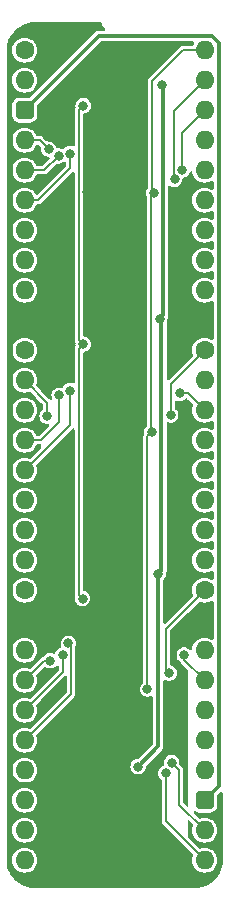
<source format=gbl>
%TF.GenerationSoftware,KiCad,Pcbnew,7.0.5*%
%TF.CreationDate,2024-02-26T14:16:59+02:00*%
%TF.ProjectId,D Flip Flop 24bit,4420466c-6970-4204-966c-6f7020323462,V0*%
%TF.SameCoordinates,PX54c81a0PY37b6b20*%
%TF.FileFunction,Copper,L2,Bot*%
%TF.FilePolarity,Positive*%
%FSLAX46Y46*%
G04 Gerber Fmt 4.6, Leading zero omitted, Abs format (unit mm)*
G04 Created by KiCad (PCBNEW 7.0.5) date 2024-02-26 14:16:59*
%MOMM*%
%LPD*%
G01*
G04 APERTURE LIST*
G04 Aperture macros list*
%AMRoundRect*
0 Rectangle with rounded corners*
0 $1 Rounding radius*
0 $2 $3 $4 $5 $6 $7 $8 $9 X,Y pos of 4 corners*
0 Add a 4 corners polygon primitive as box body*
4,1,4,$2,$3,$4,$5,$6,$7,$8,$9,$2,$3,0*
0 Add four circle primitives for the rounded corners*
1,1,$1+$1,$2,$3*
1,1,$1+$1,$4,$5*
1,1,$1+$1,$6,$7*
1,1,$1+$1,$8,$9*
0 Add four rect primitives between the rounded corners*
20,1,$1+$1,$2,$3,$4,$5,0*
20,1,$1+$1,$4,$5,$6,$7,0*
20,1,$1+$1,$6,$7,$8,$9,0*
20,1,$1+$1,$8,$9,$2,$3,0*%
G04 Aperture macros list end*
%TA.AperFunction,ComponentPad*%
%ADD10C,1.600000*%
%TD*%
%TA.AperFunction,ComponentPad*%
%ADD11O,1.600000X1.600000*%
%TD*%
%TA.AperFunction,ComponentPad*%
%ADD12RoundRect,0.400000X-0.400000X-0.400000X0.400000X-0.400000X0.400000X0.400000X-0.400000X0.400000X0*%
%TD*%
%TA.AperFunction,ComponentPad*%
%ADD13R,1.600000X1.600000*%
%TD*%
%TA.AperFunction,ViaPad*%
%ADD14C,0.800000*%
%TD*%
%TA.AperFunction,Conductor*%
%ADD15C,0.380000*%
%TD*%
%TA.AperFunction,Conductor*%
%ADD16C,0.200000*%
%TD*%
G04 APERTURE END LIST*
D10*
%TO.P,J2,1,Pin_1*%
%TO.N,/~{OE}*%
X0Y0D03*
D11*
%TO.P,J2,2,Pin_2*%
%TO.N,/C23*%
X0Y-2540000D03*
D12*
%TO.P,J2,3,Pin_3*%
%TO.N,/5V*%
X0Y-5080000D03*
D11*
%TO.P,J2,4,Pin_4*%
%TO.N,/C22*%
X0Y-7620000D03*
%TO.P,J2,5,Pin_5*%
%TO.N,/C21*%
X0Y-10160000D03*
%TO.P,J2,6,Pin_6*%
%TO.N,/C20*%
X0Y-12700000D03*
%TO.P,J2,7,Pin_7*%
%TO.N,/C19*%
X0Y-15240000D03*
%TO.P,J2,8,Pin_8*%
%TO.N,/C18*%
X0Y-17780000D03*
%TO.P,J2,9,Pin_9*%
%TO.N,/C17*%
X0Y-20320000D03*
D13*
%TO.P,J2,10,Pin_10*%
%TO.N,/GND*%
X0Y-22860000D03*
D10*
%TO.P,J2,11,Pin_11*%
%TO.N,/C16*%
X0Y-25400000D03*
D11*
%TO.P,J2,12,Pin_12*%
%TO.N,/C15*%
X0Y-27940000D03*
%TO.P,J2,13,Pin_13*%
%TO.N,/C14*%
X0Y-30480000D03*
%TO.P,J2,14,Pin_14*%
%TO.N,/C13*%
X0Y-33020000D03*
%TO.P,J2,15,Pin_15*%
%TO.N,/C12*%
X0Y-35560000D03*
%TO.P,J2,16,Pin_16*%
%TO.N,/C11*%
X0Y-38100000D03*
%TO.P,J2,17,Pin_17*%
%TO.N,/C10*%
X0Y-40640000D03*
%TO.P,J2,18,Pin_18*%
%TO.N,/C9*%
X0Y-43180000D03*
D10*
%TO.P,J2,19,Pin_19*%
%TO.N,/C8*%
X0Y-45720000D03*
D13*
%TO.P,J2,20,Pin_20*%
%TO.N,/GND*%
X0Y-48260000D03*
D11*
%TO.P,J2,21,Pin_21*%
%TO.N,/C7*%
X0Y-50800000D03*
%TO.P,J2,22,Pin_22*%
%TO.N,/C6*%
X0Y-53340000D03*
%TO.P,J2,23,Pin_23*%
%TO.N,/C5*%
X0Y-55880000D03*
%TO.P,J2,24,Pin_24*%
%TO.N,/C4*%
X0Y-58420000D03*
%TO.P,J2,25,Pin_25*%
%TO.N,/C3*%
X0Y-60960000D03*
%TO.P,J2,26,Pin_26*%
%TO.N,/C2*%
X0Y-63500000D03*
%TO.P,J2,27,Pin_27*%
%TO.N,/C1*%
X0Y-66040000D03*
%TO.P,J2,28,Pin_28*%
%TO.N,/C0*%
X0Y-68580000D03*
%TO.P,J2,29,Pin_29*%
%TO.N,/VA0*%
X15240000Y-68580000D03*
%TO.P,J2,30,Pin_30*%
%TO.N,/VA1*%
X15240000Y-66040000D03*
D12*
%TO.P,J2,31,Pin_31*%
%TO.N,/5V*%
X15240000Y-63500000D03*
D11*
%TO.P,J2,32,Pin_32*%
%TO.N,/VA2*%
X15240000Y-60960000D03*
%TO.P,J2,33,Pin_33*%
%TO.N,/VA3*%
X15240000Y-58420000D03*
%TO.P,J2,34,Pin_34*%
%TO.N,/VA4*%
X15240000Y-55880000D03*
%TO.P,J2,35,Pin_35*%
%TO.N,/VA5*%
X15240000Y-53340000D03*
%TO.P,J2,36,Pin_36*%
%TO.N,/VA6*%
X15240000Y-50800000D03*
D13*
%TO.P,J2,37,Pin_37*%
%TO.N,/GND*%
X15240000Y-48260000D03*
D10*
%TO.P,J2,38,Pin_38*%
%TO.N,/VA7*%
X15240000Y-45720000D03*
D11*
%TO.P,J2,39,Pin_39*%
%TO.N,/VA8*%
X15240000Y-43180000D03*
%TO.P,J2,40,Pin_40*%
%TO.N,/VA9*%
X15240000Y-40640000D03*
%TO.P,J2,41,Pin_41*%
%TO.N,/VA10*%
X15240000Y-38100000D03*
%TO.P,J2,42,Pin_42*%
%TO.N,/VA11*%
X15240000Y-35560000D03*
%TO.P,J2,43,Pin_43*%
%TO.N,/VA12*%
X15240000Y-33020000D03*
%TO.P,J2,44,Pin_44*%
%TO.N,/VA13*%
X15240000Y-30480000D03*
%TO.P,J2,45,Pin_45*%
%TO.N,/VA14*%
X15240000Y-27940000D03*
D10*
%TO.P,J2,46,Pin_46*%
%TO.N,/VA15*%
X15240000Y-25400000D03*
D13*
%TO.P,J2,47,Pin_47*%
%TO.N,/GND*%
X15240000Y-22860000D03*
D11*
%TO.P,J2,48,Pin_48*%
%TO.N,/VA16*%
X15240000Y-20320000D03*
%TO.P,J2,49,Pin_49*%
%TO.N,/VA17*%
X15240000Y-17780000D03*
%TO.P,J2,50,Pin_50*%
%TO.N,/VA18*%
X15240000Y-15240000D03*
%TO.P,J2,51,Pin_51*%
%TO.N,/VA19*%
X15240000Y-12700000D03*
%TO.P,J2,52,Pin_52*%
%TO.N,/VA20*%
X15240000Y-10160000D03*
%TO.P,J2,53,Pin_53*%
%TO.N,/VA21*%
X15240000Y-7620000D03*
%TO.P,J2,54,Pin_54*%
%TO.N,/VA22*%
X15240000Y-5080000D03*
%TO.P,J2,55,Pin_55*%
%TO.N,/VA23*%
X15240000Y-2540000D03*
%TO.P,J2,56,Pin_56*%
%TO.N,/CLK*%
X15240000Y0D03*
%TD*%
D14*
%TO.N,/GND*%
X3175000Y-64770000D03*
X5334000Y-18796000D03*
X13081000Y-54737000D03*
X10160000Y-62103000D03*
X3429000Y-23622000D03*
X7620000Y-3810000D03*
X5270500Y-12001500D03*
X7620000Y-24003000D03*
X5334000Y-32258000D03*
X6731000Y-45720000D03*
X5207002Y-53848000D03*
%TO.N,/3.3V*%
X11303000Y-44323000D03*
X11422006Y-22733000D03*
X9601385Y-60655385D03*
X11591518Y-2955518D03*
%TO.N,/~{OE}*%
X4953000Y-4699000D03*
X4902385Y-46431385D03*
X4953000Y-24892000D03*
%TO.N,/C4*%
X3703722Y-50219473D03*
%TO.N,/C5*%
X3229008Y-51206224D03*
%TO.N,/C6*%
X2159000Y-51689000D03*
%TO.N,/CLK*%
X10396748Y-54099125D03*
X10780010Y-32320000D03*
X10922000Y-12065000D03*
%TO.N,/VA7*%
X12239749Y-52726979D03*
%TO.N,/VA5*%
X13490000Y-51217000D03*
%TO.N,/VA1*%
X12446000Y-60325000D03*
%TO.N,/VA0*%
X11938000Y-61214000D03*
%TO.N,/C12*%
X3842952Y-28822686D03*
%TO.N,/C13*%
X2921004Y-29210004D03*
%TO.N,/C15*%
X1905000Y-30988000D03*
%TO.N,/VA15*%
X12360010Y-30885404D03*
%TO.N,/VA13*%
X13126525Y-29063525D03*
%TO.N,/C20*%
X3845419Y-8757005D03*
%TO.N,/C22*%
X2032000Y-8382000D03*
%TO.N,/C21*%
X2866578Y-8961639D03*
%TO.N,/VA22*%
X13335000Y-10160000D03*
%TO.N,/VA23*%
X12694814Y-10928223D03*
%TD*%
D15*
%TO.N,/GND*%
X-1190000Y-49450000D02*
X0Y-48260000D01*
X-1190000Y-61452915D02*
X-1190000Y-49450000D01*
X-492915Y-62150000D02*
X-1190000Y-61452915D01*
X3175000Y-64770000D02*
X555000Y-62150000D01*
X555000Y-62150000D02*
X-492915Y-62150000D01*
X-1190000Y-24050000D02*
X-1190000Y-47070000D01*
X0Y-22860000D02*
X-1190000Y-24050000D01*
X-1190000Y-47070000D02*
X0Y-48260000D01*
X-1190000Y-21670000D02*
X0Y-22860000D01*
X-1190000Y-7091000D02*
X-1190000Y-21670000D01*
X-529000Y-6430000D02*
X-1190000Y-7091000D01*
X1317000Y-6430000D02*
X-529000Y-6430000D01*
X4191000Y-3556000D02*
X1317000Y-6430000D01*
X7366000Y-3556000D02*
X4191000Y-3556000D01*
X7620000Y-3810000D02*
X7366000Y-3556000D01*
X5334000Y-12065000D02*
X5334000Y-18796000D01*
X5270500Y-12001500D02*
X5334000Y-12065000D01*
X13029749Y-54788251D02*
X13029749Y-58534751D01*
X13081000Y-54737000D02*
X13029749Y-54788251D01*
X13029749Y-54685749D02*
X13081000Y-54737000D01*
X4191000Y-48260000D02*
X0Y-48260000D01*
X5207002Y-47243998D02*
X4191000Y-48260000D01*
D16*
%TO.N,/VA5*%
X13490000Y-51590000D02*
X13490000Y-51217000D01*
X15240000Y-53340000D02*
X13490000Y-51590000D01*
D15*
%TO.N,/GND*%
X13029749Y-58534751D02*
X10160000Y-61404500D01*
X13029749Y-52399750D02*
X13029749Y-54685749D01*
X12700000Y-50800000D02*
X12700000Y-52070001D01*
X10160000Y-61404500D02*
X10160000Y-62103000D01*
X15240000Y-48260000D02*
X12700000Y-50800000D01*
X12700000Y-52070001D02*
X13029749Y-52399750D01*
%TO.N,/3.3V*%
X11303000Y-44323000D02*
X11303000Y-58953770D01*
D16*
%TO.N,/VA7*%
X11938000Y-52425230D02*
X12239749Y-52726979D01*
X11938000Y-49022000D02*
X11938000Y-52425230D01*
X15240000Y-45720000D02*
X11938000Y-49022000D01*
D15*
%TO.N,/3.3V*%
X11303000Y-58953770D02*
X9601385Y-60655385D01*
%TO.N,/GND*%
X2667000Y-22860000D02*
X3429000Y-23622000D01*
X0Y-22860000D02*
X2667000Y-22860000D01*
X5207002Y-47243998D02*
X6731000Y-45720000D01*
X5207002Y-53848000D02*
X5207002Y-47243998D01*
D16*
%TO.N,/~{OE}*%
X4572000Y-46101000D02*
X4902385Y-46431385D01*
X4572000Y-25273000D02*
X4572000Y-46101000D01*
X4953000Y-24892000D02*
X4572000Y-25273000D01*
D15*
%TO.N,/GND*%
X5270500Y-6159500D02*
X5270500Y-12001500D01*
X7620000Y-3810000D02*
X5270500Y-6159500D01*
D16*
%TO.N,/~{OE}*%
X4570500Y-5081500D02*
X4953000Y-4699000D01*
X4570500Y-24509500D02*
X4570500Y-5081500D01*
X4953000Y-24892000D02*
X4570500Y-24509500D01*
D15*
%TO.N,/GND*%
X5334000Y-26289000D02*
X7620000Y-24003000D01*
X5334000Y-32258000D02*
X5334000Y-26289000D01*
%TO.N,/5V*%
X15828000Y1190000D02*
X6270000Y1190000D01*
X16430000Y588000D02*
X15828000Y1190000D01*
X16430000Y-62310000D02*
X16430000Y588000D01*
X15240000Y-63500000D02*
X16430000Y-62310000D01*
X6270000Y1190000D02*
X0Y-5080000D01*
%TO.N,/3.3V*%
X11712000Y-22443006D02*
X11422006Y-22733000D01*
X11303000Y-44323000D02*
X11570010Y-44055990D01*
X11570010Y-22881004D02*
X11422006Y-22733000D01*
X11570010Y-44055990D02*
X11570010Y-22881004D01*
X11712000Y-3076000D02*
X11712000Y-22443006D01*
X11591518Y-2955518D02*
X11712000Y-3076000D01*
D16*
%TO.N,/C4*%
X0Y-58420000D02*
X3929000Y-54491000D01*
X3929000Y-54491000D02*
X3929000Y-50444751D01*
X3929000Y-50444751D02*
X3703722Y-50219473D01*
%TO.N,/C5*%
X3229008Y-52650992D02*
X3229008Y-51206224D01*
X0Y-55880000D02*
X3229008Y-52650992D01*
%TO.N,/C6*%
X0Y-53340000D02*
X1651000Y-51689000D01*
X1651000Y-51689000D02*
X2159000Y-51689000D01*
%TO.N,/CLK*%
X10396748Y-32703262D02*
X10780010Y-32320000D01*
X10922000Y-12065000D02*
X10722006Y-12264994D01*
X13382543Y0D02*
X10794992Y-2587551D01*
X10794992Y-11937992D02*
X10922000Y-12065000D01*
X10794992Y-2587551D02*
X10794992Y-11937992D01*
X10722006Y-12264994D02*
X10722006Y-32261996D01*
X10722006Y-32261996D02*
X10780010Y-32320000D01*
X10396748Y-54099125D02*
X10396748Y-32703262D01*
X15240000Y0D02*
X13382543Y0D01*
%TO.N,/VA1*%
X13081000Y-60960000D02*
X12446000Y-60325000D01*
X15240000Y-66040000D02*
X13081000Y-63881000D01*
X13081000Y-63881000D02*
X13081000Y-60960000D01*
%TO.N,/VA0*%
X11938000Y-65278000D02*
X15240000Y-68580000D01*
X11938000Y-61214000D02*
X11938000Y-65278000D01*
%TO.N,/C12*%
X0Y-35560000D02*
X3842952Y-31717048D01*
X3842952Y-31717048D02*
X3842952Y-28822686D01*
%TO.N,/C13*%
X1397000Y-33020000D02*
X2921004Y-31495996D01*
X2921004Y-31495996D02*
X2921004Y-29210004D01*
X0Y-33020000D02*
X1397000Y-33020000D01*
%TO.N,/C15*%
X1905000Y-29845000D02*
X0Y-27940000D01*
X1905000Y-30988000D02*
X1905000Y-29845000D01*
%TO.N,/VA15*%
X12360010Y-28279990D02*
X12360010Y-30885404D01*
X15240000Y-25400000D02*
X12360010Y-28279990D01*
%TO.N,/VA13*%
X13823525Y-29063525D02*
X13126525Y-29063525D01*
X15240000Y-30480000D02*
X13823525Y-29063525D01*
%TO.N,/C20*%
X1131370Y-12700000D02*
X3845419Y-9985951D01*
X3845419Y-9985951D02*
X3845419Y-8757005D01*
X0Y-12700000D02*
X1131370Y-12700000D01*
%TO.N,/C22*%
X1270000Y-7620000D02*
X2032000Y-8382000D01*
X0Y-7620000D02*
X1270000Y-7620000D01*
%TO.N,/C21*%
X1668217Y-10160000D02*
X2866578Y-8961639D01*
X0Y-10160000D02*
X1668217Y-10160000D01*
%TO.N,/VA22*%
X15240000Y-5080000D02*
X13335000Y-6985000D01*
X13335000Y-6985000D02*
X13335000Y-10160000D01*
%TO.N,/VA23*%
X12635000Y-10868409D02*
X12694814Y-10928223D01*
X15240000Y-2540000D02*
X12635000Y-5145000D01*
X12635000Y-5145000D02*
X12635000Y-10868409D01*
%TD*%
%TA.AperFunction,Conductor*%
%TO.N,/GND*%
G36*
X15940693Y-46618814D02*
G01*
X15982064Y-46675118D01*
X15989500Y-46717414D01*
X15989500Y-49802585D01*
X15969815Y-49869624D01*
X15917011Y-49915379D01*
X15847853Y-49925323D01*
X15807047Y-49911943D01*
X15643958Y-49824769D01*
X15544944Y-49794733D01*
X15445934Y-49764700D01*
X15445932Y-49764699D01*
X15445934Y-49764699D01*
X15240000Y-49744417D01*
X15034067Y-49764699D01*
X14836043Y-49824769D01*
X14752127Y-49869624D01*
X14653550Y-49922315D01*
X14653548Y-49922316D01*
X14653547Y-49922317D01*
X14493589Y-50053589D01*
X14362317Y-50213547D01*
X14264769Y-50396043D01*
X14204699Y-50594067D01*
X14193411Y-50708682D01*
X14167250Y-50773469D01*
X14110215Y-50813828D01*
X14040415Y-50816945D01*
X13987310Y-50786073D01*
X13986097Y-50787444D01*
X13980483Y-50782471D01*
X13980483Y-50782470D01*
X13862240Y-50677717D01*
X13862238Y-50677716D01*
X13862237Y-50677715D01*
X13843000Y-50667618D01*
X13843000Y-47612681D01*
X14725491Y-46730189D01*
X14786812Y-46696706D01*
X14849162Y-46699210D01*
X15034066Y-46755300D01*
X15034065Y-46755300D01*
X15052529Y-46757118D01*
X15240000Y-46775583D01*
X15445934Y-46755300D01*
X15643954Y-46695232D01*
X15807048Y-46608055D01*
X15875449Y-46593814D01*
X15940693Y-46618814D01*
G37*
%TD.AperFunction*%
%TA.AperFunction,Conductor*%
G36*
X14229808Y-29965490D02*
G01*
X14263293Y-30026813D01*
X14260788Y-30089166D01*
X14204699Y-30274067D01*
X14184417Y-30479999D01*
X14204699Y-30685932D01*
X14204700Y-30685934D01*
X14264768Y-30883954D01*
X14362315Y-31066450D01*
X14362317Y-31066452D01*
X14493589Y-31226410D01*
X14590209Y-31305702D01*
X14653550Y-31357685D01*
X14836046Y-31455232D01*
X15034066Y-31515300D01*
X15034065Y-31515300D01*
X15052529Y-31517118D01*
X15240000Y-31535583D01*
X15445934Y-31515300D01*
X15643954Y-31455232D01*
X15807048Y-31368055D01*
X15875447Y-31353814D01*
X15940691Y-31378813D01*
X15982062Y-31435118D01*
X15989499Y-31477414D01*
X15989499Y-32022585D01*
X15969814Y-32089624D01*
X15917010Y-32135379D01*
X15847852Y-32145323D01*
X15807046Y-32131943D01*
X15643954Y-32044768D01*
X15445934Y-31984700D01*
X15445932Y-31984699D01*
X15445934Y-31984699D01*
X15240000Y-31964417D01*
X15034067Y-31984699D01*
X14836043Y-32044769D01*
X14752127Y-32089624D01*
X14653550Y-32142315D01*
X14653548Y-32142316D01*
X14653547Y-32142317D01*
X14493589Y-32273589D01*
X14362317Y-32433547D01*
X14264769Y-32616043D01*
X14204699Y-32814067D01*
X14184417Y-33020000D01*
X14204699Y-33225932D01*
X14204700Y-33225934D01*
X14264768Y-33423954D01*
X14362315Y-33606450D01*
X14362317Y-33606452D01*
X14493589Y-33766410D01*
X14590209Y-33845702D01*
X14653550Y-33897685D01*
X14836046Y-33995232D01*
X15034066Y-34055300D01*
X15034065Y-34055300D01*
X15052529Y-34057118D01*
X15240000Y-34075583D01*
X15445934Y-34055300D01*
X15643954Y-33995232D01*
X15807048Y-33908055D01*
X15875447Y-33893814D01*
X15940691Y-33918813D01*
X15982062Y-33975118D01*
X15989499Y-34017414D01*
X15989499Y-34562585D01*
X15969814Y-34629624D01*
X15917010Y-34675379D01*
X15847852Y-34685323D01*
X15807046Y-34671943D01*
X15643954Y-34584768D01*
X15445934Y-34524700D01*
X15445932Y-34524699D01*
X15445934Y-34524699D01*
X15240000Y-34504417D01*
X15034067Y-34524699D01*
X14836043Y-34584769D01*
X14752127Y-34629624D01*
X14653550Y-34682315D01*
X14653548Y-34682316D01*
X14653547Y-34682317D01*
X14493589Y-34813589D01*
X14362317Y-34973547D01*
X14264769Y-35156043D01*
X14204699Y-35354067D01*
X14184417Y-35560000D01*
X14204699Y-35765932D01*
X14204700Y-35765934D01*
X14264768Y-35963954D01*
X14362315Y-36146450D01*
X14362317Y-36146452D01*
X14493589Y-36306410D01*
X14590209Y-36385702D01*
X14653550Y-36437685D01*
X14836046Y-36535232D01*
X15034066Y-36595300D01*
X15034065Y-36595300D01*
X15052529Y-36597118D01*
X15240000Y-36615583D01*
X15445934Y-36595300D01*
X15643954Y-36535232D01*
X15807048Y-36448055D01*
X15875447Y-36433814D01*
X15940691Y-36458813D01*
X15982062Y-36515118D01*
X15989499Y-36557414D01*
X15989499Y-37102585D01*
X15969814Y-37169624D01*
X15917010Y-37215379D01*
X15847852Y-37225323D01*
X15807046Y-37211943D01*
X15643954Y-37124768D01*
X15445934Y-37064700D01*
X15445932Y-37064699D01*
X15445934Y-37064699D01*
X15240000Y-37044417D01*
X15034067Y-37064699D01*
X14836043Y-37124769D01*
X14752127Y-37169624D01*
X14653550Y-37222315D01*
X14653548Y-37222316D01*
X14653547Y-37222317D01*
X14493589Y-37353589D01*
X14362317Y-37513547D01*
X14264769Y-37696043D01*
X14204699Y-37894067D01*
X14184417Y-38100000D01*
X14204699Y-38305932D01*
X14204700Y-38305934D01*
X14264768Y-38503954D01*
X14362315Y-38686450D01*
X14362317Y-38686452D01*
X14493589Y-38846410D01*
X14590209Y-38925702D01*
X14653550Y-38977685D01*
X14836046Y-39075232D01*
X15034066Y-39135300D01*
X15034065Y-39135300D01*
X15052529Y-39137118D01*
X15240000Y-39155583D01*
X15445934Y-39135300D01*
X15643954Y-39075232D01*
X15807048Y-38988055D01*
X15875447Y-38973814D01*
X15940691Y-38998813D01*
X15982062Y-39055118D01*
X15989499Y-39097414D01*
X15989499Y-39642585D01*
X15969814Y-39709624D01*
X15917010Y-39755379D01*
X15847852Y-39765323D01*
X15807046Y-39751943D01*
X15643954Y-39664768D01*
X15445934Y-39604700D01*
X15445932Y-39604699D01*
X15445934Y-39604699D01*
X15258463Y-39586235D01*
X15240000Y-39584417D01*
X15239999Y-39584417D01*
X15034067Y-39604699D01*
X14836043Y-39664769D01*
X14752127Y-39709624D01*
X14653550Y-39762315D01*
X14653548Y-39762316D01*
X14653547Y-39762317D01*
X14493589Y-39893589D01*
X14362317Y-40053547D01*
X14264769Y-40236043D01*
X14204699Y-40434067D01*
X14184417Y-40639999D01*
X14204699Y-40845932D01*
X14204700Y-40845934D01*
X14264768Y-41043954D01*
X14362315Y-41226450D01*
X14362317Y-41226452D01*
X14493589Y-41386410D01*
X14590209Y-41465702D01*
X14653550Y-41517685D01*
X14836046Y-41615232D01*
X15034066Y-41675300D01*
X15034065Y-41675300D01*
X15052529Y-41677118D01*
X15240000Y-41695583D01*
X15445934Y-41675300D01*
X15643954Y-41615232D01*
X15807048Y-41528055D01*
X15875447Y-41513814D01*
X15940691Y-41538813D01*
X15982062Y-41595118D01*
X15989499Y-41637414D01*
X15989499Y-42182585D01*
X15969814Y-42249624D01*
X15917010Y-42295379D01*
X15847852Y-42305323D01*
X15807046Y-42291943D01*
X15643954Y-42204768D01*
X15445934Y-42144700D01*
X15445932Y-42144699D01*
X15445934Y-42144699D01*
X15240000Y-42124417D01*
X15034067Y-42144699D01*
X14836043Y-42204769D01*
X14752127Y-42249624D01*
X14653550Y-42302315D01*
X14653548Y-42302316D01*
X14653547Y-42302317D01*
X14493589Y-42433589D01*
X14362317Y-42593547D01*
X14264769Y-42776043D01*
X14204699Y-42974067D01*
X14184417Y-43180000D01*
X14204699Y-43385932D01*
X14204700Y-43385934D01*
X14264768Y-43583954D01*
X14362315Y-43766450D01*
X14362317Y-43766452D01*
X14493589Y-43926410D01*
X14590209Y-44005702D01*
X14653550Y-44057685D01*
X14836046Y-44155232D01*
X15034066Y-44215300D01*
X15034065Y-44215300D01*
X15054348Y-44217297D01*
X15240000Y-44235583D01*
X15445934Y-44215300D01*
X15643954Y-44155232D01*
X15807048Y-44068055D01*
X15875447Y-44053814D01*
X15940691Y-44078813D01*
X15982062Y-44135118D01*
X15989499Y-44177414D01*
X15989499Y-44722585D01*
X15969814Y-44789624D01*
X15917010Y-44835379D01*
X15847852Y-44845323D01*
X15807046Y-44831943D01*
X15643954Y-44744768D01*
X15445934Y-44684700D01*
X15445932Y-44684699D01*
X15445934Y-44684699D01*
X15240000Y-44664417D01*
X15034067Y-44684699D01*
X14836043Y-44744769D01*
X14752127Y-44789624D01*
X14653550Y-44842315D01*
X14653548Y-44842316D01*
X14653547Y-44842317D01*
X14493589Y-44973589D01*
X14362317Y-45133547D01*
X14264769Y-45316043D01*
X14204699Y-45514067D01*
X14184417Y-45720000D01*
X14204699Y-45925932D01*
X14260788Y-46110832D01*
X14261411Y-46180699D01*
X14229808Y-46234508D01*
X13843000Y-46621316D01*
X13843000Y-29578682D01*
X14229808Y-29965490D01*
G37*
%TD.AperFunction*%
%TA.AperFunction,Conductor*%
G36*
X14141181Y-10268164D02*
G01*
X14190314Y-10317840D01*
X14203188Y-10360022D01*
X14203511Y-10359958D01*
X14204150Y-10363171D01*
X14204560Y-10364514D01*
X14204699Y-10365932D01*
X14204700Y-10365934D01*
X14264768Y-10563954D01*
X14362315Y-10746450D01*
X14396969Y-10788677D01*
X14493589Y-10906410D01*
X14590209Y-10985702D01*
X14653550Y-11037685D01*
X14836046Y-11135232D01*
X15034066Y-11195300D01*
X15034065Y-11195300D01*
X15052529Y-11197118D01*
X15240000Y-11215583D01*
X15445934Y-11195300D01*
X15643954Y-11135232D01*
X15807048Y-11048055D01*
X15875447Y-11033814D01*
X15940691Y-11058813D01*
X15982062Y-11115118D01*
X15989499Y-11157414D01*
X15989499Y-11702585D01*
X15969814Y-11769624D01*
X15917010Y-11815379D01*
X15847852Y-11825323D01*
X15807046Y-11811943D01*
X15643954Y-11724768D01*
X15445934Y-11664700D01*
X15445932Y-11664699D01*
X15445934Y-11664699D01*
X15240000Y-11644417D01*
X15034067Y-11664699D01*
X14836043Y-11724769D01*
X14752127Y-11769624D01*
X14653550Y-11822315D01*
X14653548Y-11822316D01*
X14653547Y-11822317D01*
X14493589Y-11953589D01*
X14362317Y-12113547D01*
X14264769Y-12296043D01*
X14204699Y-12494067D01*
X14184417Y-12700000D01*
X14204699Y-12905932D01*
X14204700Y-12905934D01*
X14264768Y-13103954D01*
X14362315Y-13286450D01*
X14362317Y-13286452D01*
X14493589Y-13446410D01*
X14590209Y-13525702D01*
X14653550Y-13577685D01*
X14836046Y-13675232D01*
X15034066Y-13735300D01*
X15034065Y-13735300D01*
X15052529Y-13737118D01*
X15240000Y-13755583D01*
X15445934Y-13735300D01*
X15643954Y-13675232D01*
X15807048Y-13588055D01*
X15875447Y-13573814D01*
X15940691Y-13598813D01*
X15982062Y-13655118D01*
X15989499Y-13697414D01*
X15989499Y-14242585D01*
X15969814Y-14309624D01*
X15917010Y-14355379D01*
X15847852Y-14365323D01*
X15807046Y-14351943D01*
X15643954Y-14264768D01*
X15445934Y-14204700D01*
X15445932Y-14204699D01*
X15445934Y-14204699D01*
X15240000Y-14184417D01*
X15034067Y-14204699D01*
X14836043Y-14264769D01*
X14752127Y-14309624D01*
X14653550Y-14362315D01*
X14653548Y-14362316D01*
X14653547Y-14362317D01*
X14493589Y-14493589D01*
X14362317Y-14653547D01*
X14264769Y-14836043D01*
X14204699Y-15034067D01*
X14184417Y-15240000D01*
X14204699Y-15445932D01*
X14204700Y-15445934D01*
X14264768Y-15643954D01*
X14362315Y-15826450D01*
X14362317Y-15826452D01*
X14493589Y-15986410D01*
X14590209Y-16065702D01*
X14653550Y-16117685D01*
X14836046Y-16215232D01*
X15034066Y-16275300D01*
X15034065Y-16275300D01*
X15052529Y-16277118D01*
X15240000Y-16295583D01*
X15445934Y-16275300D01*
X15643954Y-16215232D01*
X15807048Y-16128055D01*
X15875447Y-16113814D01*
X15940691Y-16138813D01*
X15982062Y-16195118D01*
X15989499Y-16237414D01*
X15989499Y-16782585D01*
X15969814Y-16849624D01*
X15917010Y-16895379D01*
X15847852Y-16905323D01*
X15807046Y-16891943D01*
X15643954Y-16804768D01*
X15445934Y-16744700D01*
X15445932Y-16744699D01*
X15445934Y-16744699D01*
X15240000Y-16724417D01*
X15034067Y-16744699D01*
X14836043Y-16804769D01*
X14752127Y-16849624D01*
X14653550Y-16902315D01*
X14653548Y-16902316D01*
X14653547Y-16902317D01*
X14493589Y-17033589D01*
X14362317Y-17193547D01*
X14264769Y-17376043D01*
X14204699Y-17574067D01*
X14184417Y-17779999D01*
X14204699Y-17985932D01*
X14204700Y-17985934D01*
X14264768Y-18183954D01*
X14362315Y-18366450D01*
X14362317Y-18366452D01*
X14493589Y-18526410D01*
X14590209Y-18605702D01*
X14653550Y-18657685D01*
X14836046Y-18755232D01*
X15034066Y-18815300D01*
X15034065Y-18815300D01*
X15052529Y-18817118D01*
X15240000Y-18835583D01*
X15445934Y-18815300D01*
X15643954Y-18755232D01*
X15807048Y-18668055D01*
X15875447Y-18653814D01*
X15940691Y-18678813D01*
X15982062Y-18735118D01*
X15989499Y-18777414D01*
X15989499Y-19322585D01*
X15969814Y-19389624D01*
X15917010Y-19435379D01*
X15847852Y-19445323D01*
X15807046Y-19431943D01*
X15643954Y-19344768D01*
X15445934Y-19284700D01*
X15445932Y-19284699D01*
X15445934Y-19284699D01*
X15240000Y-19264417D01*
X15034067Y-19284699D01*
X14836043Y-19344769D01*
X14752127Y-19389624D01*
X14653550Y-19442315D01*
X14653548Y-19442316D01*
X14653547Y-19442317D01*
X14493589Y-19573589D01*
X14362317Y-19733547D01*
X14264769Y-19916043D01*
X14204699Y-20114067D01*
X14184417Y-20320000D01*
X14204699Y-20525932D01*
X14204700Y-20525934D01*
X14264768Y-20723954D01*
X14362315Y-20906450D01*
X14362317Y-20906452D01*
X14493589Y-21066410D01*
X14590209Y-21145702D01*
X14653550Y-21197685D01*
X14836046Y-21295232D01*
X15034066Y-21355300D01*
X15034065Y-21355300D01*
X15052529Y-21357118D01*
X15240000Y-21375583D01*
X15445934Y-21355300D01*
X15643954Y-21295232D01*
X15807048Y-21208055D01*
X15875449Y-21193814D01*
X15940693Y-21218814D01*
X15982064Y-21275118D01*
X15989500Y-21317414D01*
X15989500Y-24402585D01*
X15969815Y-24469624D01*
X15917011Y-24515379D01*
X15847853Y-24525323D01*
X15807047Y-24511943D01*
X15643958Y-24424769D01*
X15544943Y-24394733D01*
X15445934Y-24364700D01*
X15445932Y-24364699D01*
X15445934Y-24364699D01*
X15240000Y-24344417D01*
X15034067Y-24364699D01*
X14836043Y-24424769D01*
X14752127Y-24469624D01*
X14653550Y-24522315D01*
X14653548Y-24522316D01*
X14653547Y-24522317D01*
X14493589Y-24653589D01*
X14362317Y-24813547D01*
X14264769Y-24996043D01*
X14204699Y-25194067D01*
X14184417Y-25400000D01*
X14204699Y-25605932D01*
X14260788Y-25790832D01*
X14261411Y-25860699D01*
X14229808Y-25914508D01*
X13843000Y-26301316D01*
X13842999Y-10569153D01*
X13915220Y-10464523D01*
X13965214Y-10332697D01*
X14007393Y-10276994D01*
X14072991Y-10252937D01*
X14141181Y-10268164D01*
G37*
%TD.AperFunction*%
%TD*%
%TA.AperFunction,NonConductor*%
G36*
X14309625Y729815D02*
G01*
X14355380Y677011D01*
X14365324Y607853D01*
X14351945Y567050D01*
X14305697Y480526D01*
X14271231Y416046D01*
X14222268Y366202D01*
X14161873Y350500D01*
X13843000Y350500D01*
X13843000Y749500D01*
X14242586Y749500D01*
X14309625Y729815D01*
G37*
%TD.AperFunction*%
%TA.AperFunction,NonConductor*%
G36*
X16686833Y-62778641D02*
G01*
X16742766Y-62820513D01*
X16767183Y-62885977D01*
X16767499Y-62894823D01*
X16767498Y-68578138D01*
X16767385Y-68581882D01*
X16750495Y-68861108D01*
X16749591Y-68868547D01*
X16699504Y-69141864D01*
X16697711Y-69149140D01*
X16615044Y-69414428D01*
X16612386Y-69421435D01*
X16498348Y-69674815D01*
X16494865Y-69681451D01*
X16351111Y-69919246D01*
X16346854Y-69925413D01*
X16175489Y-70144143D01*
X16170519Y-70149752D01*
X15974032Y-70346237D01*
X15968423Y-70351206D01*
X15749687Y-70522573D01*
X15743520Y-70526830D01*
X15505730Y-70670576D01*
X15499095Y-70674058D01*
X15245708Y-70788095D01*
X15238702Y-70790752D01*
X14973405Y-70873419D01*
X14966129Y-70875213D01*
X14692820Y-70925295D01*
X14685381Y-70926199D01*
X14405610Y-70943119D01*
X14401867Y-70943232D01*
X13843000Y-70943232D01*
X13843000Y-67678682D01*
X14229808Y-68065490D01*
X14263293Y-68126813D01*
X14260788Y-68189166D01*
X14204699Y-68374067D01*
X14184417Y-68579999D01*
X14204699Y-68785932D01*
X14228640Y-68864854D01*
X14264768Y-68983954D01*
X14362315Y-69166450D01*
X14362317Y-69166452D01*
X14493589Y-69326410D01*
X14590209Y-69405702D01*
X14653550Y-69457685D01*
X14836046Y-69555232D01*
X15034066Y-69615300D01*
X15034065Y-69615300D01*
X15052529Y-69617118D01*
X15240000Y-69635583D01*
X15445934Y-69615300D01*
X15643954Y-69555232D01*
X15826450Y-69457685D01*
X15986410Y-69326410D01*
X16117685Y-69166450D01*
X16215232Y-68983954D01*
X16275300Y-68785934D01*
X16295583Y-68580000D01*
X16275300Y-68374066D01*
X16215232Y-68176046D01*
X16117685Y-67993550D01*
X16065702Y-67930209D01*
X15986410Y-67833589D01*
X15826452Y-67702317D01*
X15826453Y-67702317D01*
X15826450Y-67702315D01*
X15643954Y-67604768D01*
X15445934Y-67544700D01*
X15445932Y-67544699D01*
X15445934Y-67544699D01*
X15240000Y-67524417D01*
X15034067Y-67544699D01*
X14849166Y-67600788D01*
X14779299Y-67601411D01*
X14725490Y-67569808D01*
X13843000Y-66687318D01*
X13843000Y-65138682D01*
X14229808Y-65525490D01*
X14263293Y-65586813D01*
X14260788Y-65649166D01*
X14204699Y-65834067D01*
X14184417Y-66040000D01*
X14204699Y-66245932D01*
X14204700Y-66245934D01*
X14264768Y-66443954D01*
X14362315Y-66626450D01*
X14362317Y-66626452D01*
X14493589Y-66786410D01*
X14590209Y-66865702D01*
X14653550Y-66917685D01*
X14836046Y-67015232D01*
X15034066Y-67075300D01*
X15034065Y-67075300D01*
X15052529Y-67077118D01*
X15240000Y-67095583D01*
X15445934Y-67075300D01*
X15643954Y-67015232D01*
X15826450Y-66917685D01*
X15986410Y-66786410D01*
X16117685Y-66626450D01*
X16215232Y-66443954D01*
X16275300Y-66245934D01*
X16295583Y-66040000D01*
X16275300Y-65834066D01*
X16215232Y-65636046D01*
X16117685Y-65453550D01*
X16056826Y-65379393D01*
X15986410Y-65293589D01*
X15826452Y-65162317D01*
X15826453Y-65162317D01*
X15826450Y-65162315D01*
X15643954Y-65064768D01*
X15445934Y-65004700D01*
X15445932Y-65004699D01*
X15445934Y-65004699D01*
X15240000Y-64984417D01*
X15034067Y-65004699D01*
X14849166Y-65060788D01*
X14779299Y-65061411D01*
X14725490Y-65029808D01*
X14338343Y-64642661D01*
X14304858Y-64581338D01*
X14309842Y-64511646D01*
X14351714Y-64455713D01*
X14417178Y-64431296D01*
X14485451Y-64446148D01*
X14489140Y-64448245D01*
X14579602Y-64501744D01*
X14613685Y-64511646D01*
X14737426Y-64547597D01*
X14737429Y-64547597D01*
X14737431Y-64547598D01*
X14774306Y-64550500D01*
X14774314Y-64550500D01*
X15705686Y-64550500D01*
X15705694Y-64550500D01*
X15742569Y-64547598D01*
X15742571Y-64547597D01*
X15742573Y-64547597D01*
X15784191Y-64535505D01*
X15900398Y-64501744D01*
X16041865Y-64418081D01*
X16158081Y-64301865D01*
X16241744Y-64160398D01*
X16287598Y-64002569D01*
X16290500Y-63965694D01*
X16290500Y-63123822D01*
X16310185Y-63056783D01*
X16326815Y-63036145D01*
X16555818Y-62807141D01*
X16617141Y-62773657D01*
X16686833Y-62778641D01*
G37*
%TD.AperFunction*%
%TA.AperFunction,Conductor*%
%TO.N,/GND*%
G36*
X1397000Y-3060038D02*
G01*
X463858Y-3993181D01*
X402535Y-4026666D01*
X376177Y-4029500D01*
X-465702Y-4029500D01*
X-502568Y-4032401D01*
X-502574Y-4032402D01*
X-660394Y-4078254D01*
X-660397Y-4078255D01*
X-801863Y-4161917D01*
X-801871Y-4161923D01*
X-918077Y-4278129D01*
X-918083Y-4278137D01*
X-1001745Y-4419603D01*
X-1001746Y-4419606D01*
X-1047598Y-4577426D01*
X-1047599Y-4577432D01*
X-1050500Y-4614298D01*
X-1050500Y-5545701D01*
X-1047599Y-5582567D01*
X-1047598Y-5582573D01*
X-1001746Y-5740393D01*
X-1001745Y-5740396D01*
X-918083Y-5881862D01*
X-918077Y-5881870D01*
X-801871Y-5998076D01*
X-801867Y-5998079D01*
X-801865Y-5998081D01*
X-660398Y-6081744D01*
X-618776Y-6093836D01*
X-502574Y-6127597D01*
X-502571Y-6127597D01*
X-502569Y-6127598D01*
X-465694Y-6130500D01*
X-465686Y-6130500D01*
X465686Y-6130500D01*
X465694Y-6130500D01*
X502569Y-6127598D01*
X502571Y-6127597D01*
X502573Y-6127597D01*
X544191Y-6115505D01*
X660398Y-6081744D01*
X801865Y-5998081D01*
X918081Y-5881865D01*
X1001744Y-5740398D01*
X1047598Y-5582569D01*
X1050500Y-5545694D01*
X1050500Y-4703821D01*
X1070185Y-4636783D01*
X1086814Y-4616146D01*
X1397000Y-4305961D01*
X1397000Y-7292105D01*
X1378182Y-7286503D01*
X1375743Y-7285722D01*
X1328484Y-7269498D01*
X1321269Y-7268294D01*
X1313953Y-7267382D01*
X1265139Y-7269401D01*
X1264049Y-7269447D01*
X1261489Y-7269500D01*
X1078127Y-7269500D01*
X1011088Y-7249815D01*
X968769Y-7203954D01*
X949879Y-7168615D01*
X877685Y-7033550D01*
X825702Y-6970209D01*
X746410Y-6873589D01*
X586452Y-6742317D01*
X586453Y-6742317D01*
X586450Y-6742315D01*
X403954Y-6644768D01*
X205934Y-6584700D01*
X205932Y-6584699D01*
X205934Y-6584699D01*
X0Y-6564417D01*
X-205933Y-6584699D01*
X-403957Y-6644769D01*
X-514102Y-6703643D01*
X-586450Y-6742315D01*
X-586452Y-6742316D01*
X-586453Y-6742317D01*
X-746411Y-6873589D01*
X-877683Y-7033547D01*
X-975231Y-7216043D01*
X-1035301Y-7414067D01*
X-1055583Y-7620000D01*
X-1035301Y-7825932D01*
X-1035300Y-7825934D01*
X-975232Y-8023954D01*
X-877685Y-8206450D01*
X-843031Y-8248677D01*
X-746411Y-8366410D01*
X-649791Y-8445702D01*
X-586450Y-8497685D01*
X-403954Y-8595232D01*
X-205934Y-8655300D01*
X-205935Y-8655300D01*
X-185652Y-8657297D01*
X0Y-8675583D01*
X205934Y-8655300D01*
X403954Y-8595232D01*
X586450Y-8497685D01*
X746410Y-8366410D01*
X877685Y-8206450D01*
X967142Y-8039088D01*
X1016103Y-7989245D01*
X1084241Y-7973785D01*
X1149921Y-7997617D01*
X1164180Y-8009862D01*
X1351309Y-8196990D01*
X1384794Y-8258313D01*
X1386724Y-8299616D01*
X1376722Y-8381999D01*
X1376722Y-8382000D01*
X1395762Y-8538818D01*
X1397000Y-8542082D01*
X1397000Y-9809500D01*
X1078127Y-9809500D01*
X1011088Y-9789815D01*
X968769Y-9743954D01*
X916078Y-9645378D01*
X877685Y-9573550D01*
X825702Y-9510209D01*
X746410Y-9413589D01*
X586452Y-9282317D01*
X586453Y-9282317D01*
X586450Y-9282315D01*
X403954Y-9184768D01*
X205934Y-9124700D01*
X205932Y-9124699D01*
X205934Y-9124699D01*
X18463Y-9106235D01*
X0Y-9104417D01*
X-1Y-9104417D01*
X-205933Y-9124699D01*
X-403957Y-9184769D01*
X-514102Y-9243643D01*
X-586450Y-9282315D01*
X-586452Y-9282316D01*
X-586453Y-9282317D01*
X-746411Y-9413589D01*
X-877683Y-9573547D01*
X-975231Y-9756043D01*
X-1035301Y-9954067D01*
X-1055583Y-10159999D01*
X-1035301Y-10365932D01*
X-1005266Y-10464944D01*
X-975232Y-10563954D01*
X-877685Y-10746450D01*
X-877683Y-10746452D01*
X-746411Y-10906410D01*
X-649791Y-10985702D01*
X-586450Y-11037685D01*
X-403954Y-11135232D01*
X-205934Y-11195300D01*
X-205935Y-11195300D01*
X-187471Y-11197118D01*
X0Y-11215583D01*
X205934Y-11195300D01*
X403954Y-11135232D01*
X586450Y-11037685D01*
X746410Y-10906410D01*
X877685Y-10746450D01*
X968768Y-10576046D01*
X1017732Y-10526202D01*
X1078127Y-10510500D01*
X1397000Y-10510500D01*
X1397000Y-11938686D01*
X1115891Y-12219795D01*
X1054568Y-12253280D01*
X984876Y-12248296D01*
X928943Y-12206424D01*
X918852Y-12190568D01*
X877685Y-12113550D01*
X825702Y-12050209D01*
X746410Y-11953589D01*
X586452Y-11822317D01*
X586453Y-11822317D01*
X586450Y-11822315D01*
X403954Y-11724768D01*
X205934Y-11664700D01*
X205932Y-11664699D01*
X205934Y-11664699D01*
X0Y-11644417D01*
X-205933Y-11664699D01*
X-403957Y-11724769D01*
X-514102Y-11783643D01*
X-586450Y-11822315D01*
X-586452Y-11822316D01*
X-586453Y-11822317D01*
X-746411Y-11953589D01*
X-877683Y-12113547D01*
X-975231Y-12296043D01*
X-1035301Y-12494067D01*
X-1055583Y-12700000D01*
X-1035301Y-12905932D01*
X-1005266Y-13004943D01*
X-975232Y-13103954D01*
X-877685Y-13286450D01*
X-877683Y-13286452D01*
X-746411Y-13446410D01*
X-649791Y-13525702D01*
X-586450Y-13577685D01*
X-403954Y-13675232D01*
X-205934Y-13735300D01*
X-205935Y-13735300D01*
X-185653Y-13737297D01*
X0Y-13755583D01*
X205934Y-13735300D01*
X403954Y-13675232D01*
X586450Y-13577685D01*
X746410Y-13446410D01*
X877685Y-13286450D01*
X968768Y-13116046D01*
X1017732Y-13066202D01*
X1078127Y-13050500D01*
X1082159Y-13050500D01*
X1107604Y-13053138D01*
X1116685Y-13055043D01*
X1132375Y-13053087D01*
X1149309Y-13050977D01*
X1156985Y-13050500D01*
X1160405Y-13050500D01*
X1160410Y-13050500D01*
X1169673Y-13048954D01*
X1180648Y-13047123D01*
X1183181Y-13046753D01*
X1232763Y-13040573D01*
X1232769Y-13040569D01*
X1239821Y-13038470D01*
X1246747Y-13036092D01*
X1246751Y-13036092D01*
X1275636Y-13020459D01*
X1290699Y-13012308D01*
X1292960Y-13011143D01*
X1337854Y-12989198D01*
X1337857Y-12989194D01*
X1343823Y-12984935D01*
X1349624Y-12980419D01*
X1349628Y-12980418D01*
X1383471Y-12943653D01*
X1385196Y-12941854D01*
X1397000Y-12930051D01*
X1397000Y-28841318D01*
X1010191Y-28454509D01*
X976706Y-28393186D01*
X979210Y-28330837D01*
X1035300Y-28145934D01*
X1055583Y-27940000D01*
X1035300Y-27734066D01*
X975232Y-27536046D01*
X877685Y-27353550D01*
X825702Y-27290209D01*
X746410Y-27193589D01*
X586452Y-27062317D01*
X586453Y-27062317D01*
X586450Y-27062315D01*
X403954Y-26964768D01*
X205934Y-26904700D01*
X205932Y-26904699D01*
X205934Y-26904699D01*
X18463Y-26886235D01*
X0Y-26884417D01*
X-1Y-26884417D01*
X-205933Y-26904699D01*
X-403957Y-26964769D01*
X-514102Y-27023643D01*
X-586450Y-27062315D01*
X-586452Y-27062316D01*
X-586453Y-27062317D01*
X-746411Y-27193589D01*
X-877683Y-27353547D01*
X-975231Y-27536043D01*
X-1035301Y-27734067D01*
X-1055583Y-27939999D01*
X-1035301Y-28145932D01*
X-1035300Y-28145934D01*
X-975232Y-28343954D01*
X-877685Y-28526450D01*
X-877683Y-28526452D01*
X-746411Y-28686410D01*
X-649791Y-28765702D01*
X-586450Y-28817685D01*
X-403954Y-28915232D01*
X-205934Y-28975300D01*
X-205935Y-28975300D01*
X-187471Y-28977118D01*
X0Y-28995583D01*
X205934Y-28975300D01*
X390836Y-28919210D01*
X460699Y-28918588D01*
X514509Y-28950191D01*
X988735Y-29424417D01*
X1397000Y-29832681D01*
X1397000Y-30578847D01*
X1324781Y-30683475D01*
X1324780Y-30683476D01*
X1268762Y-30831181D01*
X1249722Y-30987999D01*
X1249722Y-30988000D01*
X1268762Y-31144818D01*
X1324780Y-31292522D01*
X1324780Y-31292523D01*
X1397000Y-31397152D01*
X1397000Y-32524317D01*
X1288137Y-32633181D01*
X1226814Y-32666666D01*
X1200456Y-32669500D01*
X1078127Y-32669500D01*
X1011088Y-32649815D01*
X968769Y-32603954D01*
X926201Y-32524317D01*
X877685Y-32433550D01*
X825702Y-32370209D01*
X746410Y-32273589D01*
X586452Y-32142317D01*
X586453Y-32142317D01*
X586450Y-32142315D01*
X403954Y-32044768D01*
X205934Y-31984700D01*
X205932Y-31984699D01*
X205934Y-31984699D01*
X0Y-31964417D01*
X-205933Y-31984699D01*
X-403957Y-32044769D01*
X-514102Y-32103643D01*
X-586450Y-32142315D01*
X-586452Y-32142316D01*
X-586453Y-32142317D01*
X-746411Y-32273589D01*
X-877683Y-32433547D01*
X-975231Y-32616043D01*
X-1035301Y-32814067D01*
X-1055583Y-33019999D01*
X-1035301Y-33225932D01*
X-1005266Y-33324943D01*
X-975232Y-33423954D01*
X-877685Y-33606450D01*
X-877683Y-33606452D01*
X-746411Y-33766410D01*
X-649791Y-33845702D01*
X-586450Y-33897685D01*
X-403954Y-33995232D01*
X-205934Y-34055300D01*
X-205935Y-34055300D01*
X-187471Y-34057118D01*
X0Y-34075583D01*
X205934Y-34055300D01*
X403954Y-33995232D01*
X586450Y-33897685D01*
X746410Y-33766410D01*
X877685Y-33606450D01*
X968768Y-33436046D01*
X1017732Y-33386202D01*
X1078127Y-33370500D01*
X1347789Y-33370500D01*
X1373234Y-33373138D01*
X1382315Y-33375043D01*
X1382321Y-33375042D01*
X1392586Y-33375468D01*
X1392442Y-33378930D01*
X1397000Y-33379671D01*
X1397000Y-33667316D01*
X514508Y-34549808D01*
X453185Y-34583293D01*
X390833Y-34580788D01*
X205934Y-34524700D01*
X205932Y-34524699D01*
X205934Y-34524699D01*
X18463Y-34506235D01*
X0Y-34504417D01*
X-1Y-34504417D01*
X-205933Y-34524699D01*
X-381308Y-34577898D01*
X-399091Y-34583293D01*
X-403957Y-34584769D01*
X-514103Y-34643643D01*
X-586450Y-34682315D01*
X-586452Y-34682316D01*
X-586453Y-34682317D01*
X-746411Y-34813589D01*
X-877683Y-34973547D01*
X-975231Y-35156043D01*
X-1035301Y-35354067D01*
X-1055583Y-35559999D01*
X-1035301Y-35765932D01*
X-1035300Y-35765934D01*
X-975232Y-35963954D01*
X-877685Y-36146450D01*
X-877683Y-36146452D01*
X-746411Y-36306410D01*
X-649791Y-36385702D01*
X-586450Y-36437685D01*
X-403954Y-36535232D01*
X-205934Y-36595300D01*
X-205935Y-36595300D01*
X-187471Y-36597118D01*
X0Y-36615583D01*
X205934Y-36595300D01*
X403954Y-36535232D01*
X586450Y-36437685D01*
X746410Y-36306410D01*
X877685Y-36146450D01*
X975232Y-35963954D01*
X1035300Y-35765934D01*
X1055583Y-35560000D01*
X1035300Y-35354066D01*
X979210Y-35169163D01*
X978588Y-35099298D01*
X1010189Y-35045491D01*
X1397000Y-34658681D01*
X1397000Y-51447316D01*
X514509Y-52329808D01*
X453186Y-52363293D01*
X390833Y-52360788D01*
X205934Y-52304700D01*
X205932Y-52304699D01*
X205934Y-52304699D01*
X18463Y-52286235D01*
X0Y-52284417D01*
X-1Y-52284417D01*
X-205933Y-52304699D01*
X-320656Y-52339500D01*
X-399091Y-52363293D01*
X-403957Y-52364769D01*
X-514103Y-52423643D01*
X-586450Y-52462315D01*
X-586452Y-52462316D01*
X-586453Y-52462317D01*
X-746411Y-52593589D01*
X-877683Y-52753547D01*
X-975231Y-52936043D01*
X-1035301Y-53134067D01*
X-1055583Y-53340000D01*
X-1035301Y-53545932D01*
X-1035300Y-53545934D01*
X-975232Y-53743954D01*
X-877685Y-53926450D01*
X-877683Y-53926452D01*
X-746411Y-54086410D01*
X-668405Y-54150427D01*
X-586450Y-54217685D01*
X-403954Y-54315232D01*
X-205934Y-54375300D01*
X-205935Y-54375300D01*
X-187471Y-54377118D01*
X0Y-54395583D01*
X205934Y-54375300D01*
X403954Y-54315232D01*
X586450Y-54217685D01*
X746410Y-54086410D01*
X877685Y-53926450D01*
X975232Y-53743954D01*
X1035300Y-53545934D01*
X1055583Y-53340000D01*
X1035300Y-53134066D01*
X979210Y-52949163D01*
X978588Y-52879298D01*
X1010189Y-52825491D01*
X1397000Y-52438681D01*
X1397000Y-53987316D01*
X514508Y-54869808D01*
X453185Y-54903293D01*
X390833Y-54900788D01*
X205934Y-54844700D01*
X205932Y-54844699D01*
X205934Y-54844699D01*
X0Y-54824417D01*
X-205933Y-54844699D01*
X-381308Y-54897898D01*
X-399091Y-54903293D01*
X-403957Y-54904769D01*
X-514103Y-54963643D01*
X-586450Y-55002315D01*
X-586452Y-55002316D01*
X-586453Y-55002317D01*
X-746411Y-55133589D01*
X-877683Y-55293547D01*
X-975231Y-55476043D01*
X-1035301Y-55674067D01*
X-1055583Y-55880000D01*
X-1035301Y-56085932D01*
X-1035300Y-56085934D01*
X-975232Y-56283954D01*
X-877685Y-56466450D01*
X-877683Y-56466452D01*
X-746411Y-56626410D01*
X-649791Y-56705702D01*
X-586450Y-56757685D01*
X-403954Y-56855232D01*
X-205934Y-56915300D01*
X-205935Y-56915300D01*
X-185653Y-56917297D01*
X0Y-56935583D01*
X205934Y-56915300D01*
X403954Y-56855232D01*
X586450Y-56757685D01*
X746410Y-56626410D01*
X877685Y-56466450D01*
X975232Y-56283954D01*
X1035300Y-56085934D01*
X1055583Y-55880000D01*
X1035300Y-55674066D01*
X979210Y-55489163D01*
X978588Y-55419298D01*
X1010189Y-55365491D01*
X1397000Y-54978680D01*
X1397000Y-56527316D01*
X514508Y-57409808D01*
X453185Y-57443293D01*
X390833Y-57440788D01*
X205934Y-57384700D01*
X205932Y-57384699D01*
X205934Y-57384699D01*
X0Y-57364417D01*
X-205933Y-57384699D01*
X-381308Y-57437898D01*
X-399091Y-57443293D01*
X-403957Y-57444769D01*
X-514103Y-57503643D01*
X-586450Y-57542315D01*
X-586452Y-57542316D01*
X-586453Y-57542317D01*
X-746411Y-57673589D01*
X-877683Y-57833547D01*
X-975231Y-58016043D01*
X-1035301Y-58214067D01*
X-1055583Y-58419999D01*
X-1035301Y-58625932D01*
X-1035300Y-58625934D01*
X-975232Y-58823954D01*
X-877685Y-59006450D01*
X-877683Y-59006452D01*
X-746411Y-59166410D01*
X-649791Y-59245702D01*
X-586450Y-59297685D01*
X-403954Y-59395232D01*
X-205934Y-59455300D01*
X-205935Y-59455300D01*
X-187471Y-59457118D01*
X0Y-59475583D01*
X205934Y-59455300D01*
X403954Y-59395232D01*
X586450Y-59297685D01*
X746410Y-59166410D01*
X877685Y-59006450D01*
X975232Y-58823954D01*
X1035300Y-58625934D01*
X1055583Y-58420000D01*
X1035300Y-58214066D01*
X979210Y-58029163D01*
X978588Y-57959298D01*
X1010189Y-57905491D01*
X1397000Y-57518681D01*
X1397000Y-70943232D01*
X837604Y-70943232D01*
X833861Y-70943119D01*
X554615Y-70926232D01*
X547175Y-70925328D01*
X273860Y-70875245D01*
X266584Y-70873451D01*
X1288Y-70790784D01*
X-5718Y-70788127D01*
X-259110Y-70674087D01*
X-265745Y-70670605D01*
X-503543Y-70526854D01*
X-509705Y-70522601D01*
X-728451Y-70351227D01*
X-734050Y-70346266D01*
X-930544Y-70149775D01*
X-935510Y-70144171D01*
X-1106880Y-69925435D01*
X-1111137Y-69919268D01*
X-1134367Y-69880842D01*
X-1254902Y-69681454D01*
X-1258368Y-69674851D01*
X-1372423Y-69421432D01*
X-1375070Y-69414455D01*
X-1457746Y-69149142D01*
X-1459537Y-69141873D01*
X-1509625Y-68868551D01*
X-1510529Y-68861112D01*
X-1527387Y-68582411D01*
X-1527460Y-68580000D01*
X-1055583Y-68580000D01*
X-1035301Y-68785932D01*
X-1035300Y-68785934D01*
X-975232Y-68983954D01*
X-877685Y-69166450D01*
X-877683Y-69166452D01*
X-746411Y-69326410D01*
X-649791Y-69405702D01*
X-586450Y-69457685D01*
X-403954Y-69555232D01*
X-205934Y-69615300D01*
X-205935Y-69615300D01*
X-187471Y-69617118D01*
X0Y-69635583D01*
X205934Y-69615300D01*
X403954Y-69555232D01*
X586450Y-69457685D01*
X746410Y-69326410D01*
X877685Y-69166450D01*
X975232Y-68983954D01*
X1035300Y-68785934D01*
X1055583Y-68580000D01*
X1035300Y-68374066D01*
X975232Y-68176046D01*
X877685Y-67993550D01*
X825702Y-67930209D01*
X746410Y-67833589D01*
X586452Y-67702317D01*
X586453Y-67702317D01*
X586450Y-67702315D01*
X403954Y-67604768D01*
X205934Y-67544700D01*
X205932Y-67544699D01*
X205934Y-67544699D01*
X0Y-67524417D01*
X-205933Y-67544699D01*
X-403957Y-67604769D01*
X-514103Y-67663643D01*
X-586450Y-67702315D01*
X-586452Y-67702316D01*
X-586453Y-67702317D01*
X-746411Y-67833589D01*
X-877683Y-67993547D01*
X-975231Y-68176043D01*
X-1035301Y-68374067D01*
X-1055583Y-68580000D01*
X-1527460Y-68580000D01*
X-1527500Y-68578667D01*
X-1527500Y-66040000D01*
X-1055583Y-66040000D01*
X-1035301Y-66245932D01*
X-1035300Y-66245934D01*
X-975232Y-66443954D01*
X-877685Y-66626450D01*
X-877683Y-66626452D01*
X-746411Y-66786410D01*
X-649791Y-66865702D01*
X-586450Y-66917685D01*
X-403954Y-67015232D01*
X-205934Y-67075300D01*
X-205935Y-67075300D01*
X-187471Y-67077118D01*
X0Y-67095583D01*
X205934Y-67075300D01*
X403954Y-67015232D01*
X586450Y-66917685D01*
X746410Y-66786410D01*
X877685Y-66626450D01*
X975232Y-66443954D01*
X1035300Y-66245934D01*
X1055583Y-66040000D01*
X1035300Y-65834066D01*
X975232Y-65636046D01*
X877685Y-65453550D01*
X825702Y-65390209D01*
X746410Y-65293589D01*
X586452Y-65162317D01*
X586453Y-65162317D01*
X586450Y-65162315D01*
X403954Y-65064768D01*
X205934Y-65004700D01*
X205932Y-65004699D01*
X205934Y-65004699D01*
X0Y-64984417D01*
X-205933Y-65004699D01*
X-403957Y-65064769D01*
X-514103Y-65123643D01*
X-586450Y-65162315D01*
X-586452Y-65162316D01*
X-586453Y-65162317D01*
X-746411Y-65293589D01*
X-877683Y-65453547D01*
X-975231Y-65636043D01*
X-1035301Y-65834067D01*
X-1055583Y-66040000D01*
X-1527500Y-66040000D01*
X-1527500Y-63500000D01*
X-1055583Y-63500000D01*
X-1035301Y-63705932D01*
X-1035300Y-63705934D01*
X-975232Y-63903954D01*
X-877685Y-64086450D01*
X-877683Y-64086452D01*
X-746411Y-64246410D01*
X-649791Y-64325702D01*
X-586450Y-64377685D01*
X-403954Y-64475232D01*
X-205934Y-64535300D01*
X-205935Y-64535300D01*
X-185652Y-64537297D01*
X0Y-64555583D01*
X205934Y-64535300D01*
X403954Y-64475232D01*
X586450Y-64377685D01*
X746410Y-64246410D01*
X877685Y-64086450D01*
X975232Y-63903954D01*
X1035300Y-63705934D01*
X1055583Y-63500000D01*
X1035300Y-63294066D01*
X975232Y-63096046D01*
X877685Y-62913550D01*
X825702Y-62850209D01*
X746410Y-62753589D01*
X586452Y-62622317D01*
X586453Y-62622317D01*
X586450Y-62622315D01*
X403954Y-62524768D01*
X205934Y-62464700D01*
X205932Y-62464699D01*
X205934Y-62464699D01*
X18463Y-62446235D01*
X0Y-62444417D01*
X-1Y-62444417D01*
X-205933Y-62464699D01*
X-403957Y-62524769D01*
X-514103Y-62583643D01*
X-586450Y-62622315D01*
X-586452Y-62622316D01*
X-586453Y-62622317D01*
X-746411Y-62753589D01*
X-877683Y-62913547D01*
X-975231Y-63096043D01*
X-1035301Y-63294067D01*
X-1055583Y-63500000D01*
X-1527500Y-63500000D01*
X-1527500Y-60959999D01*
X-1055583Y-60959999D01*
X-1035301Y-61165932D01*
X-1035300Y-61165934D01*
X-975232Y-61363954D01*
X-877685Y-61546450D01*
X-877683Y-61546452D01*
X-746411Y-61706410D01*
X-649791Y-61785702D01*
X-586450Y-61837685D01*
X-403954Y-61935232D01*
X-205934Y-61995300D01*
X-205935Y-61995300D01*
X-187471Y-61997118D01*
X0Y-62015583D01*
X205934Y-61995300D01*
X403954Y-61935232D01*
X586450Y-61837685D01*
X746410Y-61706410D01*
X877685Y-61546450D01*
X975232Y-61363954D01*
X1035300Y-61165934D01*
X1055583Y-60960000D01*
X1035300Y-60754066D01*
X975232Y-60556046D01*
X877685Y-60373550D01*
X825702Y-60310209D01*
X746410Y-60213589D01*
X586452Y-60082317D01*
X586453Y-60082317D01*
X586450Y-60082315D01*
X403954Y-59984768D01*
X205934Y-59924700D01*
X205932Y-59924699D01*
X205934Y-59924699D01*
X0Y-59904417D01*
X-205933Y-59924699D01*
X-403957Y-59984769D01*
X-514103Y-60043643D01*
X-586450Y-60082315D01*
X-586452Y-60082316D01*
X-586453Y-60082317D01*
X-746411Y-60213589D01*
X-877683Y-60373547D01*
X-975231Y-60556043D01*
X-1035301Y-60754067D01*
X-1055583Y-60959999D01*
X-1527500Y-60959999D01*
X-1527500Y-50799999D01*
X-1055583Y-50799999D01*
X-1035301Y-51005932D01*
X-1013954Y-51076304D01*
X-975232Y-51203954D01*
X-877685Y-51386450D01*
X-877683Y-51386452D01*
X-746411Y-51546410D01*
X-649791Y-51625702D01*
X-586450Y-51677685D01*
X-403954Y-51775232D01*
X-205934Y-51835300D01*
X-205935Y-51835300D01*
X-187471Y-51837118D01*
X0Y-51855583D01*
X205934Y-51835300D01*
X403954Y-51775232D01*
X586450Y-51677685D01*
X746410Y-51546410D01*
X877685Y-51386450D01*
X975232Y-51203954D01*
X1035300Y-51005934D01*
X1055583Y-50800000D01*
X1035300Y-50594066D01*
X975232Y-50396046D01*
X877685Y-50213550D01*
X825702Y-50150209D01*
X746410Y-50053589D01*
X586452Y-49922317D01*
X586453Y-49922317D01*
X586450Y-49922315D01*
X403954Y-49824768D01*
X205934Y-49764700D01*
X205932Y-49764699D01*
X205934Y-49764699D01*
X0Y-49744417D01*
X-205933Y-49764699D01*
X-403957Y-49824769D01*
X-514103Y-49883643D01*
X-586450Y-49922315D01*
X-586452Y-49922316D01*
X-586453Y-49922317D01*
X-746411Y-50053589D01*
X-877683Y-50213547D01*
X-975231Y-50396043D01*
X-1035301Y-50594067D01*
X-1055583Y-50799999D01*
X-1527500Y-50799999D01*
X-1527500Y-45720000D01*
X-1055583Y-45720000D01*
X-1035301Y-45925932D01*
X-1035300Y-45925934D01*
X-975232Y-46123954D01*
X-877685Y-46306450D01*
X-877683Y-46306452D01*
X-746411Y-46466410D01*
X-649791Y-46545702D01*
X-586450Y-46597685D01*
X-403954Y-46695232D01*
X-205934Y-46755300D01*
X-205935Y-46755300D01*
X-185653Y-46757297D01*
X0Y-46775583D01*
X205934Y-46755300D01*
X403954Y-46695232D01*
X586450Y-46597685D01*
X746410Y-46466410D01*
X877685Y-46306450D01*
X975232Y-46123954D01*
X1035300Y-45925934D01*
X1055583Y-45720000D01*
X1035300Y-45514066D01*
X975232Y-45316046D01*
X877685Y-45133550D01*
X825702Y-45070209D01*
X746410Y-44973589D01*
X586452Y-44842317D01*
X586453Y-44842317D01*
X586450Y-44842315D01*
X403954Y-44744768D01*
X205934Y-44684700D01*
X205932Y-44684699D01*
X205934Y-44684699D01*
X18463Y-44666235D01*
X0Y-44664417D01*
X-1Y-44664417D01*
X-205933Y-44684699D01*
X-403957Y-44744769D01*
X-514103Y-44803643D01*
X-586450Y-44842315D01*
X-586452Y-44842316D01*
X-586453Y-44842317D01*
X-746411Y-44973589D01*
X-877683Y-45133547D01*
X-975231Y-45316043D01*
X-1035301Y-45514067D01*
X-1055583Y-45720000D01*
X-1527500Y-45720000D01*
X-1527500Y-43180000D01*
X-1055583Y-43180000D01*
X-1035301Y-43385932D01*
X-1035300Y-43385934D01*
X-975232Y-43583954D01*
X-877685Y-43766450D01*
X-877683Y-43766452D01*
X-746411Y-43926410D01*
X-649791Y-44005702D01*
X-586450Y-44057685D01*
X-403954Y-44155232D01*
X-205934Y-44215300D01*
X-205935Y-44215300D01*
X-187471Y-44217118D01*
X0Y-44235583D01*
X205934Y-44215300D01*
X403954Y-44155232D01*
X586450Y-44057685D01*
X746410Y-43926410D01*
X877685Y-43766450D01*
X975232Y-43583954D01*
X1035300Y-43385934D01*
X1055583Y-43180000D01*
X1035300Y-42974066D01*
X975232Y-42776046D01*
X877685Y-42593550D01*
X825702Y-42530209D01*
X746410Y-42433589D01*
X586452Y-42302317D01*
X586453Y-42302317D01*
X586450Y-42302315D01*
X403954Y-42204768D01*
X205934Y-42144700D01*
X205932Y-42144699D01*
X205934Y-42144699D01*
X18463Y-42126235D01*
X0Y-42124417D01*
X-1Y-42124417D01*
X-205933Y-42144699D01*
X-403957Y-42204769D01*
X-514103Y-42263643D01*
X-586450Y-42302315D01*
X-586452Y-42302316D01*
X-586453Y-42302317D01*
X-746411Y-42433589D01*
X-877683Y-42593547D01*
X-975231Y-42776043D01*
X-1035301Y-42974067D01*
X-1055583Y-43180000D01*
X-1527500Y-43180000D01*
X-1527500Y-40640000D01*
X-1055583Y-40640000D01*
X-1035301Y-40845932D01*
X-1035300Y-40845934D01*
X-975232Y-41043954D01*
X-877685Y-41226450D01*
X-877683Y-41226452D01*
X-746411Y-41386410D01*
X-649791Y-41465702D01*
X-586450Y-41517685D01*
X-403954Y-41615232D01*
X-205934Y-41675300D01*
X-205935Y-41675300D01*
X-185653Y-41677297D01*
X0Y-41695583D01*
X205934Y-41675300D01*
X403954Y-41615232D01*
X586450Y-41517685D01*
X746410Y-41386410D01*
X877685Y-41226450D01*
X975232Y-41043954D01*
X1035300Y-40845934D01*
X1055583Y-40640000D01*
X1035300Y-40434066D01*
X975232Y-40236046D01*
X877685Y-40053550D01*
X825702Y-39990209D01*
X746410Y-39893589D01*
X586452Y-39762317D01*
X586453Y-39762317D01*
X586450Y-39762315D01*
X403954Y-39664768D01*
X205934Y-39604700D01*
X205932Y-39604699D01*
X205934Y-39604699D01*
X0Y-39584417D01*
X-205933Y-39604699D01*
X-403957Y-39664769D01*
X-514103Y-39723643D01*
X-586450Y-39762315D01*
X-586452Y-39762316D01*
X-586453Y-39762317D01*
X-746411Y-39893589D01*
X-877683Y-40053547D01*
X-975231Y-40236043D01*
X-1035301Y-40434067D01*
X-1055583Y-40640000D01*
X-1527500Y-40640000D01*
X-1527500Y-38099999D01*
X-1055583Y-38099999D01*
X-1035301Y-38305932D01*
X-1035300Y-38305934D01*
X-975232Y-38503954D01*
X-877685Y-38686450D01*
X-877683Y-38686452D01*
X-746411Y-38846410D01*
X-649791Y-38925702D01*
X-586450Y-38977685D01*
X-403954Y-39075232D01*
X-205934Y-39135300D01*
X-205935Y-39135300D01*
X-185652Y-39137297D01*
X0Y-39155583D01*
X205934Y-39135300D01*
X403954Y-39075232D01*
X586450Y-38977685D01*
X746410Y-38846410D01*
X877685Y-38686450D01*
X975232Y-38503954D01*
X1035300Y-38305934D01*
X1055583Y-38100000D01*
X1035300Y-37894066D01*
X975232Y-37696046D01*
X877685Y-37513550D01*
X825702Y-37450209D01*
X746410Y-37353589D01*
X586452Y-37222317D01*
X586453Y-37222317D01*
X586450Y-37222315D01*
X403954Y-37124768D01*
X205934Y-37064700D01*
X205932Y-37064699D01*
X205934Y-37064699D01*
X18463Y-37046235D01*
X0Y-37044417D01*
X-1Y-37044417D01*
X-205933Y-37064699D01*
X-403957Y-37124769D01*
X-514103Y-37183643D01*
X-586450Y-37222315D01*
X-586452Y-37222316D01*
X-586453Y-37222317D01*
X-746411Y-37353589D01*
X-877683Y-37513547D01*
X-975231Y-37696043D01*
X-1035301Y-37894067D01*
X-1055583Y-38099999D01*
X-1527500Y-38099999D01*
X-1527500Y-30480000D01*
X-1055583Y-30480000D01*
X-1035301Y-30685932D01*
X-1035300Y-30685934D01*
X-975232Y-30883954D01*
X-877685Y-31066450D01*
X-877683Y-31066452D01*
X-746411Y-31226410D01*
X-649791Y-31305702D01*
X-586450Y-31357685D01*
X-403954Y-31455232D01*
X-205934Y-31515300D01*
X-205935Y-31515300D01*
X-185653Y-31517297D01*
X0Y-31535583D01*
X205934Y-31515300D01*
X403954Y-31455232D01*
X586450Y-31357685D01*
X746410Y-31226410D01*
X877685Y-31066450D01*
X975232Y-30883954D01*
X1035300Y-30685934D01*
X1055583Y-30480000D01*
X1035300Y-30274066D01*
X975232Y-30076046D01*
X877685Y-29893550D01*
X754631Y-29743607D01*
X746410Y-29733589D01*
X624165Y-29633267D01*
X586450Y-29602315D01*
X403954Y-29504768D01*
X205934Y-29444700D01*
X205932Y-29444699D01*
X205934Y-29444699D01*
X0Y-29424417D01*
X-205933Y-29444699D01*
X-403957Y-29504769D01*
X-514102Y-29563643D01*
X-586450Y-29602315D01*
X-586452Y-29602316D01*
X-586453Y-29602317D01*
X-746411Y-29733589D01*
X-877683Y-29893547D01*
X-975231Y-30076043D01*
X-1035301Y-30274067D01*
X-1055583Y-30480000D01*
X-1527500Y-30480000D01*
X-1527500Y-25400000D01*
X-1055583Y-25400000D01*
X-1035301Y-25605932D01*
X-1035300Y-25605934D01*
X-975232Y-25803954D01*
X-877685Y-25986450D01*
X-877683Y-25986452D01*
X-746411Y-26146410D01*
X-649791Y-26225702D01*
X-586450Y-26277685D01*
X-403954Y-26375232D01*
X-205934Y-26435300D01*
X-205935Y-26435300D01*
X-185653Y-26437297D01*
X0Y-26455583D01*
X205934Y-26435300D01*
X403954Y-26375232D01*
X586450Y-26277685D01*
X746410Y-26146410D01*
X877685Y-25986450D01*
X975232Y-25803954D01*
X1035300Y-25605934D01*
X1055583Y-25400000D01*
X1035300Y-25194066D01*
X975232Y-24996046D01*
X877685Y-24813550D01*
X825702Y-24750209D01*
X746410Y-24653589D01*
X586452Y-24522317D01*
X586453Y-24522317D01*
X586450Y-24522315D01*
X403954Y-24424768D01*
X205934Y-24364700D01*
X205932Y-24364699D01*
X205934Y-24364699D01*
X18463Y-24346235D01*
X0Y-24344417D01*
X-1Y-24344417D01*
X-205933Y-24364699D01*
X-403957Y-24424769D01*
X-514102Y-24483643D01*
X-586450Y-24522315D01*
X-586452Y-24522316D01*
X-586453Y-24522317D01*
X-746411Y-24653589D01*
X-877683Y-24813547D01*
X-975231Y-24996043D01*
X-1035301Y-25194067D01*
X-1055583Y-25400000D01*
X-1527500Y-25400000D01*
X-1527500Y-20320000D01*
X-1055583Y-20320000D01*
X-1035301Y-20525932D01*
X-1035300Y-20525934D01*
X-975232Y-20723954D01*
X-877685Y-20906450D01*
X-877683Y-20906452D01*
X-746411Y-21066410D01*
X-649791Y-21145702D01*
X-586450Y-21197685D01*
X-403954Y-21295232D01*
X-205934Y-21355300D01*
X-205935Y-21355300D01*
X-185653Y-21357297D01*
X0Y-21375583D01*
X205934Y-21355300D01*
X403954Y-21295232D01*
X586450Y-21197685D01*
X746410Y-21066410D01*
X877685Y-20906450D01*
X975232Y-20723954D01*
X1035300Y-20525934D01*
X1055583Y-20320000D01*
X1035300Y-20114066D01*
X975232Y-19916046D01*
X877685Y-19733550D01*
X825702Y-19670209D01*
X746410Y-19573589D01*
X586452Y-19442317D01*
X586453Y-19442317D01*
X586450Y-19442315D01*
X403954Y-19344768D01*
X205934Y-19284700D01*
X205932Y-19284699D01*
X205934Y-19284699D01*
X18463Y-19266235D01*
X0Y-19264417D01*
X-1Y-19264417D01*
X-205933Y-19284699D01*
X-403957Y-19344769D01*
X-514102Y-19403643D01*
X-586450Y-19442315D01*
X-586452Y-19442316D01*
X-586453Y-19442317D01*
X-746411Y-19573589D01*
X-877683Y-19733547D01*
X-975231Y-19916043D01*
X-1035301Y-20114067D01*
X-1055583Y-20320000D01*
X-1527500Y-20320000D01*
X-1527500Y-17780000D01*
X-1055583Y-17780000D01*
X-1035301Y-17985932D01*
X-1035300Y-17985934D01*
X-975232Y-18183954D01*
X-877685Y-18366450D01*
X-877683Y-18366452D01*
X-746411Y-18526410D01*
X-649791Y-18605702D01*
X-586450Y-18657685D01*
X-403954Y-18755232D01*
X-205934Y-18815300D01*
X-205935Y-18815300D01*
X-185652Y-18817297D01*
X0Y-18835583D01*
X205934Y-18815300D01*
X403954Y-18755232D01*
X586450Y-18657685D01*
X746410Y-18526410D01*
X877685Y-18366450D01*
X975232Y-18183954D01*
X1035300Y-17985934D01*
X1055583Y-17780000D01*
X1035300Y-17574066D01*
X975232Y-17376046D01*
X877685Y-17193550D01*
X825702Y-17130209D01*
X746410Y-17033589D01*
X586452Y-16902317D01*
X586453Y-16902317D01*
X586450Y-16902315D01*
X403954Y-16804768D01*
X205934Y-16744700D01*
X205932Y-16744699D01*
X205934Y-16744699D01*
X0Y-16724417D01*
X-205933Y-16744699D01*
X-403957Y-16804769D01*
X-514102Y-16863643D01*
X-586450Y-16902315D01*
X-586452Y-16902316D01*
X-586453Y-16902317D01*
X-746411Y-17033589D01*
X-877683Y-17193547D01*
X-975231Y-17376043D01*
X-1035301Y-17574067D01*
X-1055583Y-17780000D01*
X-1527500Y-17780000D01*
X-1527500Y-15239999D01*
X-1055583Y-15239999D01*
X-1035301Y-15445932D01*
X-1035300Y-15445934D01*
X-975232Y-15643954D01*
X-877685Y-15826450D01*
X-877683Y-15826452D01*
X-746411Y-15986410D01*
X-649791Y-16065702D01*
X-586450Y-16117685D01*
X-403954Y-16215232D01*
X-205934Y-16275300D01*
X-205935Y-16275300D01*
X-187471Y-16277118D01*
X0Y-16295583D01*
X205934Y-16275300D01*
X403954Y-16215232D01*
X586450Y-16117685D01*
X746410Y-15986410D01*
X877685Y-15826450D01*
X975232Y-15643954D01*
X1035300Y-15445934D01*
X1055583Y-15240000D01*
X1035300Y-15034066D01*
X975232Y-14836046D01*
X877685Y-14653550D01*
X825702Y-14590209D01*
X746410Y-14493589D01*
X586452Y-14362317D01*
X586453Y-14362317D01*
X586450Y-14362315D01*
X403954Y-14264768D01*
X205934Y-14204700D01*
X205932Y-14204699D01*
X205934Y-14204699D01*
X18463Y-14186235D01*
X0Y-14184417D01*
X-1Y-14184417D01*
X-205933Y-14204699D01*
X-403957Y-14264769D01*
X-514102Y-14323643D01*
X-586450Y-14362315D01*
X-586452Y-14362316D01*
X-586453Y-14362317D01*
X-746411Y-14493589D01*
X-877683Y-14653547D01*
X-975231Y-14836043D01*
X-1035301Y-15034067D01*
X-1055583Y-15239999D01*
X-1527500Y-15239999D01*
X-1527500Y-2540000D01*
X-1055583Y-2540000D01*
X-1035301Y-2745932D01*
X-1035300Y-2745934D01*
X-975232Y-2943954D01*
X-877685Y-3126450D01*
X-877683Y-3126452D01*
X-746411Y-3286410D01*
X-649791Y-3365702D01*
X-586450Y-3417685D01*
X-403954Y-3515232D01*
X-205934Y-3575300D01*
X-205935Y-3575300D01*
X-185653Y-3577297D01*
X0Y-3595583D01*
X205934Y-3575300D01*
X403954Y-3515232D01*
X586450Y-3417685D01*
X746410Y-3286410D01*
X877685Y-3126450D01*
X975232Y-2943954D01*
X1035300Y-2745934D01*
X1055583Y-2540000D01*
X1035300Y-2334066D01*
X975232Y-2136046D01*
X877685Y-1953550D01*
X825702Y-1890209D01*
X746410Y-1793589D01*
X586452Y-1662317D01*
X586453Y-1662317D01*
X586450Y-1662315D01*
X403954Y-1564768D01*
X205934Y-1504700D01*
X205932Y-1504699D01*
X205934Y-1504699D01*
X18463Y-1486235D01*
X0Y-1484417D01*
X-1Y-1484417D01*
X-205933Y-1504699D01*
X-403957Y-1564769D01*
X-514102Y-1623643D01*
X-586450Y-1662315D01*
X-586452Y-1662316D01*
X-586453Y-1662317D01*
X-746411Y-1793589D01*
X-877683Y-1953547D01*
X-975231Y-2136043D01*
X-1035301Y-2334067D01*
X-1055583Y-2540000D01*
X-1527500Y-2540000D01*
X-1527500Y-1876D01*
X-1527443Y0D01*
X-1055583Y0D01*
X-1035301Y-205932D01*
X-1035300Y-205934D01*
X-975232Y-403954D01*
X-877685Y-586450D01*
X-877683Y-586452D01*
X-746411Y-746410D01*
X-649791Y-825702D01*
X-586450Y-877685D01*
X-403954Y-975232D01*
X-205934Y-1035300D01*
X-205935Y-1035300D01*
X-185652Y-1037297D01*
X0Y-1055583D01*
X205934Y-1035300D01*
X403954Y-975232D01*
X586450Y-877685D01*
X746410Y-746410D01*
X877685Y-586450D01*
X975232Y-403954D01*
X1035300Y-205934D01*
X1055583Y0D01*
X1035300Y205934D01*
X975232Y403954D01*
X877685Y586450D01*
X825702Y649791D01*
X746410Y746411D01*
X586452Y877683D01*
X586453Y877683D01*
X586450Y877685D01*
X403954Y975232D01*
X205934Y1035300D01*
X205932Y1035301D01*
X205934Y1035301D01*
X0Y1055583D01*
X-205933Y1035301D01*
X-403957Y975231D01*
X-514102Y916357D01*
X-586450Y877685D01*
X-586452Y877684D01*
X-586453Y877683D01*
X-746411Y746411D01*
X-877683Y586453D01*
X-877685Y586450D01*
X-890826Y561865D01*
X-975231Y403957D01*
X-1035301Y205933D01*
X-1055583Y0D01*
X-1527443Y0D01*
X-1527387Y1868D01*
X-1510496Y281109D01*
X-1509592Y288548D01*
X-1459505Y561865D01*
X-1457712Y569141D01*
X-1452317Y586453D01*
X-1375038Y834450D01*
X-1372395Y841417D01*
X-1258342Y1094831D01*
X-1254870Y1101446D01*
X-1111107Y1339255D01*
X-1106855Y1345414D01*
X-935479Y1564157D01*
X-930520Y1569753D01*
X-734033Y1766238D01*
X-728424Y1771207D01*
X-549263Y1911569D01*
X-509681Y1942580D01*
X-503539Y1946819D01*
X-265713Y2090587D01*
X-259108Y2094054D01*
X-5699Y2208101D01*
X1297Y2210753D01*
X266594Y2293420D01*
X273861Y2295212D01*
X547180Y2345297D01*
X554610Y2346199D01*
X834389Y2363119D01*
X838133Y2363232D01*
X890799Y2363232D01*
X891059Y2363256D01*
X1397000Y2363468D01*
X1397000Y-3060038D01*
G37*
%TD.AperFunction*%
%TD*%
%TA.AperFunction,Conductor*%
%TO.N,/GND*%
G36*
X13843000Y350500D02*
G01*
X13431754Y350500D01*
X13406308Y353139D01*
X13397228Y355043D01*
X13397227Y355043D01*
X13397225Y355043D01*
X13364604Y350977D01*
X13356928Y350500D01*
X13353503Y350500D01*
X13348297Y349632D01*
X13333243Y347121D01*
X13330714Y346753D01*
X13281151Y340574D01*
X13274109Y338478D01*
X13267162Y336093D01*
X13223226Y312317D01*
X13220951Y311145D01*
X13176054Y289196D01*
X13170078Y284930D01*
X13164286Y280421D01*
X13130445Y243659D01*
X13128671Y241811D01*
X10581947Y-2304912D01*
X10562098Y-2321033D01*
X10554323Y-2326113D01*
X10534135Y-2352049D01*
X10529059Y-2357799D01*
X10526626Y-2360232D01*
X10526616Y-2360245D01*
X10514687Y-2376952D01*
X10513156Y-2379004D01*
X10482475Y-2418423D01*
X10478967Y-2424904D01*
X10475753Y-2431482D01*
X10461498Y-2479360D01*
X10460717Y-2481797D01*
X10444491Y-2529063D01*
X10443286Y-2536284D01*
X10442374Y-2543597D01*
X10444439Y-2593499D01*
X10444492Y-2596061D01*
X10444492Y-11573032D01*
X10424807Y-11640071D01*
X10422542Y-11643472D01*
X10341781Y-11760475D01*
X10341780Y-11760476D01*
X10285762Y-11908181D01*
X10266722Y-12064999D01*
X10266722Y-12065000D01*
X10285762Y-12221818D01*
X10341780Y-12369524D01*
X10349555Y-12380787D01*
X10371439Y-12447141D01*
X10371506Y-12451229D01*
X10371506Y-31757035D01*
X10351821Y-31824074D01*
X10329733Y-31849850D01*
X10289531Y-31885465D01*
X10289525Y-31885472D01*
X10199791Y-32015475D01*
X10199790Y-32015476D01*
X10143772Y-32163181D01*
X10124732Y-32319999D01*
X10135595Y-32409466D01*
X10124134Y-32478389D01*
X10110353Y-32500574D01*
X10084229Y-32534137D01*
X10080723Y-32540615D01*
X10077509Y-32547193D01*
X10063254Y-32595071D01*
X10062473Y-32597508D01*
X10046247Y-32644774D01*
X10045042Y-32651995D01*
X10044130Y-32659308D01*
X10046195Y-32709210D01*
X10046248Y-32711772D01*
X10046248Y-53484774D01*
X10026563Y-53551813D01*
X10004476Y-53577587D01*
X9930997Y-53642685D01*
X9906264Y-53664596D01*
X9816529Y-53794600D01*
X9816528Y-53794601D01*
X9760510Y-53942306D01*
X9741470Y-54099124D01*
X9741470Y-54099125D01*
X9760510Y-54255943D01*
X9816527Y-54403647D01*
X9816528Y-54403648D01*
X9906265Y-54533655D01*
X10024508Y-54638408D01*
X10024510Y-54638409D01*
X10164382Y-54711821D01*
X10317762Y-54749625D01*
X10317763Y-54749625D01*
X10475733Y-54749625D01*
X10629109Y-54711822D01*
X10629109Y-54711821D01*
X10629113Y-54711821D01*
X10680876Y-54684653D01*
X10749381Y-54670928D01*
X10814434Y-54696419D01*
X10855379Y-54753035D01*
X10862500Y-54794450D01*
X10862500Y-58719946D01*
X10842815Y-58786985D01*
X10826181Y-58807627D01*
X9665243Y-59968566D01*
X9603920Y-60002051D01*
X9577562Y-60004885D01*
X9522399Y-60004885D01*
X9369019Y-60042688D01*
X9229147Y-60116100D01*
X9110901Y-60220856D01*
X9021166Y-60350860D01*
X9021165Y-60350861D01*
X8965147Y-60498566D01*
X8946107Y-60655384D01*
X8946107Y-60655385D01*
X8965147Y-60812203D01*
X9021164Y-60959907D01*
X9021165Y-60959908D01*
X9110902Y-61089915D01*
X9229145Y-61194668D01*
X9229147Y-61194669D01*
X9369019Y-61268081D01*
X9522399Y-61305885D01*
X9522400Y-61305885D01*
X9680370Y-61305885D01*
X9833750Y-61268081D01*
X9936793Y-61213999D01*
X9973625Y-61194668D01*
X10091868Y-61089915D01*
X10181605Y-60959908D01*
X10237622Y-60812203D01*
X10255972Y-60661075D01*
X10283592Y-60596900D01*
X10291375Y-60588354D01*
X11594528Y-59285201D01*
X11599696Y-59280582D01*
X11629557Y-59256771D01*
X11661694Y-59209632D01*
X11662982Y-59207816D01*
X11696852Y-59161927D01*
X11696853Y-59161925D01*
X11700743Y-59154564D01*
X11704356Y-59147059D01*
X11704360Y-59147055D01*
X11721161Y-59092581D01*
X11721885Y-59090384D01*
X11740710Y-59036589D01*
X11740710Y-59036582D01*
X11742255Y-59028420D01*
X11743500Y-59020164D01*
X11743500Y-58963173D01*
X11743542Y-58960891D01*
X11745675Y-58903893D01*
X11745674Y-58903892D01*
X11744635Y-58894664D01*
X11745488Y-58894567D01*
X11743500Y-58879452D01*
X11743500Y-53406298D01*
X11763185Y-53339259D01*
X11815989Y-53293504D01*
X11885147Y-53283560D01*
X11925123Y-53296500D01*
X12007384Y-53339675D01*
X12068283Y-53354685D01*
X12160763Y-53377479D01*
X12160764Y-53377479D01*
X12318734Y-53377479D01*
X12472114Y-53339675D01*
X12554372Y-53296502D01*
X12611989Y-53266262D01*
X12730232Y-53161509D01*
X12819969Y-53031502D01*
X12875986Y-52883797D01*
X12895027Y-52726979D01*
X12875986Y-52570161D01*
X12819969Y-52422456D01*
X12730232Y-52292449D01*
X12611989Y-52187696D01*
X12611987Y-52187695D01*
X12611986Y-52187694D01*
X12472115Y-52114283D01*
X12382825Y-52092275D01*
X12322444Y-52057119D01*
X12290656Y-51994899D01*
X12288500Y-51971878D01*
X12288500Y-49218543D01*
X12308185Y-49151504D01*
X12324814Y-49130867D01*
X13842999Y-47612683D01*
X13842999Y-50667617D01*
X13722365Y-50604303D01*
X13568986Y-50566500D01*
X13568985Y-50566500D01*
X13411015Y-50566500D01*
X13411014Y-50566500D01*
X13257634Y-50604303D01*
X13117762Y-50677715D01*
X12999516Y-50782471D01*
X12909781Y-50912475D01*
X12909780Y-50912476D01*
X12853762Y-51060181D01*
X12834722Y-51216999D01*
X12834722Y-51217000D01*
X12853762Y-51373818D01*
X12881637Y-51447317D01*
X12909780Y-51521523D01*
X12999517Y-51651530D01*
X13117760Y-51756283D01*
X13185627Y-51791902D01*
X13211983Y-51810469D01*
X13246341Y-51842097D01*
X13248190Y-51843872D01*
X13842999Y-52438681D01*
X13842999Y-64147317D01*
X13467819Y-63772137D01*
X13434334Y-63710814D01*
X13431500Y-63684456D01*
X13431500Y-61009211D01*
X13434139Y-60983764D01*
X13436043Y-60974685D01*
X13434201Y-60959908D01*
X13431977Y-60942061D01*
X13431500Y-60934385D01*
X13431500Y-60930962D01*
X13431500Y-60930960D01*
X13428120Y-60910714D01*
X13427753Y-60908188D01*
X13421573Y-60858611D01*
X13421573Y-60858608D01*
X13421570Y-60858603D01*
X13419477Y-60851572D01*
X13417093Y-60844628D01*
X13417092Y-60844619D01*
X13393312Y-60800678D01*
X13392139Y-60798398D01*
X13370199Y-60753518D01*
X13365928Y-60747538D01*
X13361420Y-60741747D01*
X13361418Y-60741742D01*
X13343545Y-60725288D01*
X13324646Y-60707890D01*
X13322797Y-60706116D01*
X13126689Y-60510008D01*
X13093204Y-60448685D01*
X13091274Y-60407384D01*
X13101278Y-60325000D01*
X13082237Y-60168182D01*
X13026220Y-60020477D01*
X12936483Y-59890470D01*
X12818240Y-59785717D01*
X12818238Y-59785716D01*
X12818237Y-59785715D01*
X12678365Y-59712303D01*
X12524986Y-59674500D01*
X12524985Y-59674500D01*
X12367015Y-59674500D01*
X12367014Y-59674500D01*
X12213634Y-59712303D01*
X12073762Y-59785715D01*
X11955516Y-59890471D01*
X11865781Y-60020475D01*
X11865780Y-60020476D01*
X11809762Y-60168181D01*
X11790722Y-60324999D01*
X11790722Y-60325000D01*
X11807582Y-60463859D01*
X11796121Y-60532782D01*
X11749217Y-60584568D01*
X11714164Y-60599201D01*
X11705635Y-60601303D01*
X11705634Y-60601303D01*
X11565762Y-60674715D01*
X11447516Y-60779471D01*
X11357781Y-60909475D01*
X11357780Y-60909476D01*
X11301762Y-61057181D01*
X11282722Y-61213999D01*
X11282722Y-61214000D01*
X11301762Y-61370818D01*
X11357780Y-61518523D01*
X11357781Y-61518524D01*
X11447517Y-61648531D01*
X11508109Y-61702210D01*
X11545726Y-61735535D01*
X11582853Y-61794723D01*
X11587500Y-61828350D01*
X11587500Y-65228788D01*
X11584861Y-65254232D01*
X11582957Y-65263311D01*
X11582957Y-65263317D01*
X11587023Y-65295937D01*
X11587500Y-65303614D01*
X11587500Y-65307040D01*
X11590232Y-65323420D01*
X11590876Y-65327276D01*
X11591245Y-65329808D01*
X11597427Y-65379393D01*
X11599520Y-65386426D01*
X11601907Y-65393379D01*
X11601908Y-65393381D01*
X11609608Y-65407609D01*
X11625691Y-65437330D01*
X11626864Y-65439608D01*
X11648802Y-65484484D01*
X11648804Y-65484486D01*
X11653071Y-65490464D01*
X11657582Y-65496259D01*
X11694341Y-65530098D01*
X11696190Y-65531872D01*
X13842999Y-67678681D01*
X13842999Y-70943232D01*
X1397000Y-70943232D01*
X1396999Y-57518681D01*
X4142046Y-54773634D01*
X4161902Y-54757511D01*
X4169669Y-54752437D01*
X4189873Y-54726477D01*
X4194941Y-54720739D01*
X4197375Y-54718307D01*
X4209325Y-54701567D01*
X4210832Y-54699548D01*
X4241517Y-54660126D01*
X4241519Y-54660118D01*
X4245017Y-54653655D01*
X4248241Y-54647063D01*
X4250817Y-54638409D01*
X4262506Y-54599144D01*
X4263264Y-54596777D01*
X4279500Y-54549488D01*
X4279500Y-54549481D01*
X4280706Y-54542256D01*
X4281617Y-54534952D01*
X4279553Y-54485051D01*
X4279500Y-54482489D01*
X4279500Y-50558432D01*
X4287558Y-50514461D01*
X4339959Y-50376291D01*
X4359000Y-50219473D01*
X4359000Y-50219472D01*
X4339959Y-50062654D01*
X4318714Y-50006637D01*
X4283942Y-49914950D01*
X4194205Y-49784943D01*
X4075962Y-49680190D01*
X4075960Y-49680189D01*
X4075959Y-49680188D01*
X3936087Y-49606776D01*
X3782708Y-49568973D01*
X3782707Y-49568973D01*
X3624737Y-49568973D01*
X3624736Y-49568973D01*
X3471356Y-49606776D01*
X3331484Y-49680188D01*
X3213238Y-49784944D01*
X3123503Y-49914948D01*
X3123502Y-49914949D01*
X3067484Y-50062654D01*
X3048444Y-50219472D01*
X3048444Y-50219473D01*
X3067484Y-50376290D01*
X3087140Y-50428116D01*
X3092507Y-50497780D01*
X3059360Y-50559286D01*
X3000876Y-50592484D01*
X2996643Y-50593527D01*
X2996642Y-50593527D01*
X2856770Y-50666939D01*
X2738524Y-50771695D01*
X2648789Y-50901698D01*
X2600462Y-51029126D01*
X2558284Y-51084828D01*
X2492686Y-51108885D01*
X2426895Y-51094951D01*
X2391364Y-51076303D01*
X2237986Y-51038500D01*
X2237985Y-51038500D01*
X2080015Y-51038500D01*
X2080014Y-51038500D01*
X1926634Y-51076303D01*
X1786762Y-51149715D01*
X1668516Y-51254470D01*
X1640318Y-51295322D01*
X1586034Y-51339311D01*
X1553612Y-51347927D01*
X1549611Y-51348425D01*
X1542560Y-51350524D01*
X1535617Y-51352908D01*
X1491678Y-51376686D01*
X1489402Y-51377858D01*
X1444515Y-51399802D01*
X1438529Y-51404075D01*
X1432743Y-51408579D01*
X1398902Y-51445341D01*
X1397128Y-51447189D01*
X1397000Y-51447317D01*
X1397000Y-34658681D01*
X4009819Y-32045860D01*
X4071142Y-32012376D01*
X4140834Y-32017360D01*
X4196767Y-32059232D01*
X4221184Y-32124696D01*
X4221500Y-32133542D01*
X4221500Y-46051788D01*
X4218861Y-46077232D01*
X4216957Y-46086311D01*
X4216957Y-46086317D01*
X4221023Y-46118937D01*
X4221500Y-46126614D01*
X4221500Y-46130040D01*
X4224232Y-46146420D01*
X4224876Y-46150276D01*
X4225245Y-46152808D01*
X4231427Y-46202393D01*
X4233520Y-46209426D01*
X4235909Y-46216383D01*
X4247574Y-46237939D01*
X4262168Y-46306268D01*
X4261614Y-46311900D01*
X4247106Y-46431384D01*
X4247107Y-46431385D01*
X4266147Y-46588203D01*
X4278706Y-46621317D01*
X4322165Y-46735908D01*
X4411902Y-46865915D01*
X4530145Y-46970668D01*
X4530147Y-46970669D01*
X4670019Y-47044081D01*
X4823399Y-47081885D01*
X4823400Y-47081885D01*
X4981370Y-47081885D01*
X5134750Y-47044081D01*
X5134749Y-47044081D01*
X5274625Y-46970668D01*
X5392868Y-46865915D01*
X5482605Y-46735908D01*
X5538622Y-46588203D01*
X5557663Y-46431385D01*
X5538622Y-46274567D01*
X5538376Y-46273919D01*
X5513917Y-46209426D01*
X5482605Y-46126862D01*
X5392868Y-45996855D01*
X5274625Y-45892102D01*
X5274623Y-45892101D01*
X5274622Y-45892100D01*
X5134751Y-45818689D01*
X5016825Y-45789623D01*
X4956444Y-45754467D01*
X4924656Y-45692247D01*
X4922500Y-45669226D01*
X4922500Y-25665648D01*
X4942185Y-25598609D01*
X4994989Y-25552854D01*
X5024746Y-25544470D01*
X5024703Y-25544295D01*
X5030029Y-25542982D01*
X5031560Y-25542551D01*
X5031975Y-25542500D01*
X5031985Y-25542500D01*
X5185365Y-25504696D01*
X5325240Y-25431283D01*
X5443483Y-25326530D01*
X5533220Y-25196523D01*
X5589237Y-25048818D01*
X5608278Y-24892000D01*
X5598204Y-24809028D01*
X5589237Y-24735181D01*
X5564937Y-24671108D01*
X5533220Y-24587477D01*
X5443483Y-24457470D01*
X5325240Y-24352717D01*
X5325238Y-24352716D01*
X5325237Y-24352715D01*
X5185365Y-24279303D01*
X5031980Y-24241498D01*
X5030048Y-24241264D01*
X5028734Y-24240698D01*
X5024703Y-24239705D01*
X5024868Y-24239034D01*
X4965871Y-24213640D01*
X4926817Y-24155704D01*
X4921000Y-24118169D01*
X4921000Y-5472830D01*
X4940685Y-5405791D01*
X4993489Y-5360036D01*
X5030061Y-5349733D01*
X5031974Y-5349500D01*
X5031985Y-5349500D01*
X5185365Y-5311696D01*
X5325240Y-5238283D01*
X5443483Y-5133530D01*
X5533220Y-5003523D01*
X5589237Y-4855818D01*
X5608278Y-4699000D01*
X5589237Y-4542182D01*
X5533220Y-4394477D01*
X5443483Y-4264470D01*
X5325240Y-4159717D01*
X5325238Y-4159716D01*
X5325237Y-4159715D01*
X5185365Y-4086303D01*
X5031986Y-4048500D01*
X5031985Y-4048500D01*
X4874015Y-4048500D01*
X4874014Y-4048500D01*
X4720634Y-4086303D01*
X4580762Y-4159715D01*
X4462516Y-4264471D01*
X4372781Y-4394475D01*
X4372780Y-4394476D01*
X4316762Y-4542181D01*
X4297722Y-4698999D01*
X4297722Y-4699000D01*
X4308607Y-4788655D01*
X4297146Y-4857578D01*
X4283366Y-4879761D01*
X4257981Y-4912376D01*
X4254475Y-4918853D01*
X4251261Y-4925431D01*
X4251260Y-4925433D01*
X4251260Y-4925434D01*
X4244349Y-4948647D01*
X4237006Y-4973309D01*
X4236225Y-4975746D01*
X4219999Y-5023012D01*
X4218794Y-5030233D01*
X4217882Y-5037546D01*
X4219947Y-5087448D01*
X4220000Y-5090010D01*
X4220000Y-8021087D01*
X4200315Y-8088126D01*
X4147511Y-8133881D01*
X4078353Y-8143825D01*
X4066326Y-8141484D01*
X3924405Y-8106505D01*
X3924404Y-8106505D01*
X3766434Y-8106505D01*
X3766433Y-8106505D01*
X3613053Y-8144308D01*
X3473181Y-8217720D01*
X3354935Y-8322475D01*
X3335851Y-8350124D01*
X3281567Y-8394113D01*
X3212119Y-8401771D01*
X3176176Y-8389478D01*
X3098943Y-8348942D01*
X2945564Y-8311139D01*
X2945563Y-8311139D01*
X2787593Y-8311139D01*
X2786428Y-8311139D01*
X2719389Y-8291454D01*
X2673634Y-8238650D01*
X2670486Y-8231111D01*
X2637566Y-8144309D01*
X2612220Y-8077477D01*
X2522483Y-7947470D01*
X2404240Y-7842717D01*
X2404238Y-7842716D01*
X2404237Y-7842715D01*
X2264365Y-7769303D01*
X2110986Y-7731500D01*
X2110985Y-7731500D01*
X1953015Y-7731500D01*
X1953014Y-7731500D01*
X1945568Y-7732404D01*
X1945177Y-7729188D01*
X1889782Y-7726519D01*
X1842723Y-7697042D01*
X1552637Y-7406955D01*
X1536511Y-7387098D01*
X1531437Y-7379331D01*
X1505487Y-7359133D01*
X1499741Y-7354059D01*
X1497307Y-7351625D01*
X1480609Y-7339703D01*
X1478555Y-7338171D01*
X1453275Y-7318496D01*
X1439126Y-7307483D01*
X1439124Y-7307482D01*
X1432648Y-7303977D01*
X1426066Y-7300759D01*
X1397000Y-7292105D01*
X1397000Y-4305960D01*
X6416141Y713181D01*
X6477465Y746666D01*
X6503823Y749500D01*
X13843000Y749500D01*
X13843000Y350500D01*
G37*
%TD.AperFunction*%
%TA.AperFunction,Conductor*%
G36*
X3497834Y-52980360D02*
G01*
X3553767Y-53022232D01*
X3578184Y-53087696D01*
X3578500Y-53096542D01*
X3578500Y-54294455D01*
X3558815Y-54361494D01*
X3542181Y-54382136D01*
X1397000Y-56527317D01*
X1397000Y-54978681D01*
X3366819Y-53008860D01*
X3428142Y-52975376D01*
X3497834Y-52980360D01*
G37*
%TD.AperFunction*%
%TA.AperFunction,Conductor*%
G36*
X2838751Y-52098669D02*
G01*
X2874570Y-52158659D01*
X2878508Y-52189659D01*
X2878508Y-52454447D01*
X2858823Y-52521486D01*
X2842189Y-52542128D01*
X1397000Y-53987316D01*
X1397000Y-52438681D01*
X1609118Y-52226562D01*
X1670439Y-52193079D01*
X1740130Y-52198063D01*
X1779022Y-52221427D01*
X1784486Y-52226269D01*
X1786762Y-52228285D01*
X1926634Y-52301696D01*
X2080014Y-52339500D01*
X2080015Y-52339500D01*
X2237985Y-52339500D01*
X2391365Y-52301696D01*
X2391364Y-52301695D01*
X2531240Y-52228283D01*
X2649483Y-52123530D01*
X2652457Y-52119221D01*
X2706737Y-52075230D01*
X2776185Y-52067568D01*
X2838751Y-52098669D01*
G37*
%TD.AperFunction*%
%TA.AperFunction,Conductor*%
G36*
X13739212Y-29486634D02*
G01*
X13776624Y-29512306D01*
X13842999Y-29578681D01*
X13842999Y-46621317D01*
X11955181Y-48509136D01*
X11893858Y-48542621D01*
X11824166Y-48537637D01*
X11768233Y-48495765D01*
X11743816Y-48430301D01*
X11743500Y-48421455D01*
X11743500Y-44857618D01*
X11763185Y-44790579D01*
X11785274Y-44764801D01*
X11793483Y-44757530D01*
X11883220Y-44627523D01*
X11939237Y-44479818D01*
X11958278Y-44323000D01*
X11958141Y-44321871D01*
X11958278Y-44321044D01*
X11958278Y-44315498D01*
X11959196Y-44315498D01*
X11968681Y-44258173D01*
X11968630Y-44258158D01*
X11968745Y-44257782D01*
X11969517Y-44253122D01*
X11971364Y-44249282D01*
X11971370Y-44249275D01*
X11988176Y-44194786D01*
X11988891Y-44192615D01*
X12007720Y-44138809D01*
X12007720Y-44138803D01*
X12009264Y-44130645D01*
X12010510Y-44122384D01*
X12010510Y-44065393D01*
X12010552Y-44063111D01*
X12012685Y-44006113D01*
X12012684Y-44006112D01*
X12011645Y-43996884D01*
X12012498Y-43996787D01*
X12010510Y-43981672D01*
X12010510Y-31627503D01*
X12030195Y-31560464D01*
X12082999Y-31514709D01*
X12152157Y-31504765D01*
X12164182Y-31507105D01*
X12281025Y-31535904D01*
X12438995Y-31535904D01*
X12592375Y-31498100D01*
X12610161Y-31488765D01*
X12732250Y-31424687D01*
X12850493Y-31319934D01*
X12940230Y-31189927D01*
X12996247Y-31042222D01*
X13015288Y-30885404D01*
X12996247Y-30728586D01*
X12989069Y-30709660D01*
X12950959Y-30609171D01*
X12940230Y-30580881D01*
X12850493Y-30450874D01*
X12752282Y-30363867D01*
X12715157Y-30304680D01*
X12710510Y-30271053D01*
X12710510Y-29784955D01*
X12730195Y-29717916D01*
X12782999Y-29672161D01*
X12852157Y-29662217D01*
X12892138Y-29675160D01*
X12894160Y-29676221D01*
X12894159Y-29676221D01*
X13047539Y-29714025D01*
X13047540Y-29714025D01*
X13205510Y-29714025D01*
X13358890Y-29676221D01*
X13498763Y-29602809D01*
X13498762Y-29602809D01*
X13498765Y-29602808D01*
X13606717Y-29507171D01*
X13669949Y-29477450D01*
X13739212Y-29486634D01*
G37*
%TD.AperFunction*%
%TA.AperFunction,Conductor*%
G36*
X1458530Y-29894211D02*
G01*
X1518181Y-29953862D01*
X1551666Y-30015185D01*
X1554500Y-30041543D01*
X1554500Y-30373649D01*
X1534815Y-30440688D01*
X1512728Y-30466462D01*
X1414517Y-30553470D01*
X1414516Y-30553471D01*
X1397000Y-30578847D01*
X1397000Y-29832681D01*
X1458530Y-29894211D01*
G37*
%TD.AperFunction*%
%TA.AperFunction,Conductor*%
G36*
X4139334Y-10290230D02*
G01*
X4195267Y-10332102D01*
X4219684Y-10397566D01*
X4220000Y-10406412D01*
X4220000Y-24460288D01*
X4217361Y-24485732D01*
X4215457Y-24494811D01*
X4215457Y-24494817D01*
X4219523Y-24527437D01*
X4220000Y-24535114D01*
X4220000Y-24538540D01*
X4222732Y-24554920D01*
X4223376Y-24558776D01*
X4223745Y-24561308D01*
X4229927Y-24610893D01*
X4232020Y-24617926D01*
X4234407Y-24624879D01*
X4234408Y-24624881D01*
X4242108Y-24639109D01*
X4258191Y-24668830D01*
X4259364Y-24671108D01*
X4281302Y-24715984D01*
X4281303Y-24715985D01*
X4281304Y-24715987D01*
X4285621Y-24722034D01*
X4308552Y-24788033D01*
X4307796Y-24809028D01*
X4297722Y-24892000D01*
X4308652Y-24982025D01*
X4297191Y-25050948D01*
X4283410Y-25073131D01*
X4259483Y-25103872D01*
X4255975Y-25110353D01*
X4252761Y-25116931D01*
X4238506Y-25164809D01*
X4237725Y-25167246D01*
X4221499Y-25214512D01*
X4220294Y-25221733D01*
X4219382Y-25229046D01*
X4221447Y-25278948D01*
X4221500Y-25281510D01*
X4221500Y-28087746D01*
X4201815Y-28154785D01*
X4149011Y-28200540D01*
X4079853Y-28210484D01*
X4067826Y-28208143D01*
X3921938Y-28172186D01*
X3921937Y-28172186D01*
X3763967Y-28172186D01*
X3763966Y-28172186D01*
X3610586Y-28209989D01*
X3470714Y-28283401D01*
X3352468Y-28388157D01*
X3262733Y-28518161D01*
X3259248Y-28524802D01*
X3256610Y-28523417D01*
X3222687Y-28568198D01*
X3157084Y-28592240D01*
X3119272Y-28588904D01*
X2999989Y-28559504D01*
X2842019Y-28559504D01*
X2842018Y-28559504D01*
X2688638Y-28597307D01*
X2548766Y-28670719D01*
X2469935Y-28740556D01*
X2465727Y-28744285D01*
X2430520Y-28775475D01*
X2340785Y-28905479D01*
X2340784Y-28905480D01*
X2284766Y-29053185D01*
X2265726Y-29210003D01*
X2265726Y-29210004D01*
X2284767Y-29366822D01*
X2301255Y-29410298D01*
X2306622Y-29479961D01*
X2273475Y-29541467D01*
X2212336Y-29575289D01*
X2142618Y-29570687D01*
X2097632Y-29541950D01*
X1397000Y-28841318D01*
X1397000Y-12930050D01*
X4008319Y-10318730D01*
X4069642Y-10285246D01*
X4139334Y-10290230D01*
G37*
%TD.AperFunction*%
%TA.AperFunction,Conductor*%
G36*
X13842999Y-26301317D02*
G01*
X12222190Y-27922126D01*
X12160867Y-27955611D01*
X12091175Y-27950627D01*
X12035242Y-27908755D01*
X12010825Y-27843291D01*
X12010509Y-27834445D01*
X12010509Y-25627306D01*
X12010509Y-23038397D01*
X12018565Y-22994437D01*
X12058243Y-22889818D01*
X12077284Y-22733000D01*
X12077284Y-22730676D01*
X12077765Y-22729037D01*
X12078188Y-22725555D01*
X12078767Y-22725625D01*
X12096969Y-22663637D01*
X12101516Y-22657040D01*
X12105851Y-22651165D01*
X12109741Y-22643804D01*
X12113359Y-22636293D01*
X12113360Y-22636291D01*
X12130166Y-22581802D01*
X12130881Y-22579631D01*
X12149710Y-22525825D01*
X12149710Y-22525819D01*
X12151255Y-22517654D01*
X12152497Y-22509409D01*
X12152500Y-22509401D01*
X12152499Y-22452411D01*
X12152541Y-22450126D01*
X12154675Y-22393129D01*
X12154674Y-22393128D01*
X12153635Y-22383899D01*
X12154488Y-22383802D01*
X12152500Y-22368688D01*
X12152500Y-11583365D01*
X12172185Y-11516326D01*
X12224989Y-11470571D01*
X12294147Y-11460627D01*
X12334124Y-11473568D01*
X12462449Y-11540919D01*
X12539138Y-11559821D01*
X12615828Y-11578723D01*
X12615829Y-11578723D01*
X12773799Y-11578723D01*
X12927179Y-11540919D01*
X12978885Y-11513781D01*
X13067054Y-11467506D01*
X13185297Y-11362753D01*
X13275034Y-11232746D01*
X13331051Y-11085041D01*
X13350092Y-10928223D01*
X13350092Y-10923396D01*
X13369777Y-10856357D01*
X13422581Y-10810602D01*
X13444418Y-10802999D01*
X13567365Y-10772696D01*
X13567365Y-10772695D01*
X13707240Y-10699283D01*
X13825483Y-10594530D01*
X13842999Y-10569153D01*
X13842999Y-26301317D01*
G37*
%TD.AperFunction*%
%TA.AperFunction,Conductor*%
G36*
X3421188Y-9436200D02*
G01*
X3474492Y-9481372D01*
X3494912Y-9548191D01*
X3494919Y-9549553D01*
X3494919Y-9789407D01*
X3475234Y-9856446D01*
X3458600Y-9877088D01*
X1397000Y-11938687D01*
X1397000Y-10510500D01*
X1619006Y-10510500D01*
X1644451Y-10513138D01*
X1653532Y-10515043D01*
X1669222Y-10513087D01*
X1686156Y-10510977D01*
X1693832Y-10510500D01*
X1697252Y-10510500D01*
X1697257Y-10510500D01*
X1706520Y-10508954D01*
X1717495Y-10507123D01*
X1720028Y-10506753D01*
X1769610Y-10500573D01*
X1769616Y-10500569D01*
X1776668Y-10498470D01*
X1783594Y-10496092D01*
X1783598Y-10496092D01*
X1812483Y-10480459D01*
X1827546Y-10472308D01*
X1829807Y-10471143D01*
X1874701Y-10449198D01*
X1874704Y-10449194D01*
X1880670Y-10444935D01*
X1886471Y-10440419D01*
X1886475Y-10440418D01*
X1920318Y-10403653D01*
X1922043Y-10401854D01*
X2677303Y-9646594D01*
X2738624Y-9613111D01*
X2779849Y-9613678D01*
X2780146Y-9611235D01*
X2787592Y-9612139D01*
X2787593Y-9612139D01*
X2945563Y-9612139D01*
X3098943Y-9574335D01*
X3238816Y-9500923D01*
X3238815Y-9500923D01*
X3238818Y-9500922D01*
X3288691Y-9456738D01*
X3351925Y-9427016D01*
X3421188Y-9436200D01*
G37*
%TD.AperFunction*%
%TA.AperFunction,Conductor*%
G36*
X1451780Y-8686523D02*
G01*
X1541517Y-8816530D01*
X1659760Y-8921283D01*
X1659762Y-8921284D01*
X1799634Y-8994696D01*
X1953014Y-9032500D01*
X2000672Y-9032500D01*
X2067711Y-9052185D01*
X2113466Y-9104989D01*
X2123410Y-9174147D01*
X2094385Y-9237703D01*
X2088353Y-9244181D01*
X1559354Y-9773181D01*
X1498031Y-9806666D01*
X1471673Y-9809500D01*
X1397000Y-9809500D01*
X1397000Y-8542079D01*
X1451780Y-8686523D01*
G37*
%TD.AperFunction*%
%TA.AperFunction,Conductor*%
G36*
X6478763Y2345910D02*
G01*
X6524540Y2293126D01*
X6528284Y2283989D01*
X6583317Y2132787D01*
X6663613Y1993709D01*
X6683008Y1960117D01*
X6683012Y1960110D01*
X6788659Y1834206D01*
X6816672Y1770198D01*
X6805633Y1701206D01*
X6759046Y1649134D01*
X6693670Y1630500D01*
X6298227Y1630500D01*
X6291288Y1630890D01*
X6277025Y1632497D01*
X6253342Y1635166D01*
X6197347Y1624570D01*
X6195062Y1624182D01*
X6138692Y1615685D01*
X6130758Y1613238D01*
X6122867Y1610477D01*
X6072495Y1583855D01*
X6070427Y1582811D01*
X6019051Y1558069D01*
X6012206Y1553403D01*
X6005466Y1548428D01*
X5965185Y1508147D01*
X5963517Y1506541D01*
X5921710Y1467749D01*
X5915919Y1460486D01*
X5915249Y1461020D01*
X5905968Y1448931D01*
X1397000Y-3060037D01*
X1397000Y2363468D01*
X6411718Y2365567D01*
X6478763Y2345910D01*
G37*
%TD.AperFunction*%
%TD*%
%TA.AperFunction,NonConductor*%
G36*
X1414517Y-31422530D02*
G01*
X1532760Y-31527283D01*
X1532762Y-31527284D01*
X1672634Y-31600696D01*
X1826014Y-31638500D01*
X1983455Y-31638500D01*
X2050494Y-31658185D01*
X2096249Y-31710989D01*
X2106193Y-31780147D01*
X2077168Y-31843703D01*
X2071136Y-31850181D01*
X1396999Y-32524317D01*
X1397000Y-31397152D01*
X1414517Y-31422530D01*
G37*
%TD.AperFunction*%
M02*

</source>
